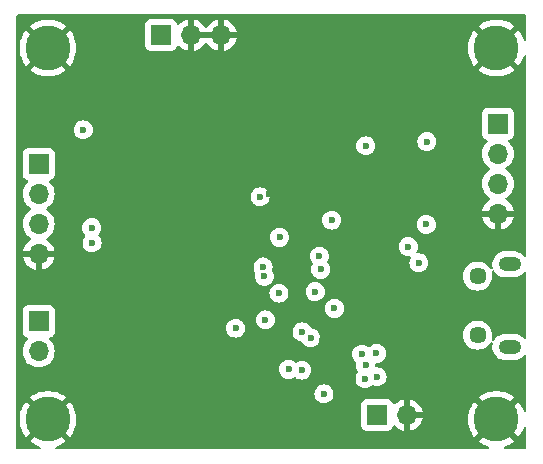
<source format=gbr>
%TF.GenerationSoftware,KiCad,Pcbnew,7.0.7*%
%TF.CreationDate,2023-09-18T16:24:31-07:00*%
%TF.ProjectId,pi_pico_dds,70695f70-6963-46f5-9f64-64732e6b6963,rev?*%
%TF.SameCoordinates,Original*%
%TF.FileFunction,Copper,L2,Inr*%
%TF.FilePolarity,Positive*%
%FSLAX46Y46*%
G04 Gerber Fmt 4.6, Leading zero omitted, Abs format (unit mm)*
G04 Created by KiCad (PCBNEW 7.0.7) date 2023-09-18 16:24:31*
%MOMM*%
%LPD*%
G01*
G04 APERTURE LIST*
%TA.AperFunction,ComponentPad*%
%ADD10R,1.700000X1.700000*%
%TD*%
%TA.AperFunction,ComponentPad*%
%ADD11O,1.700000X1.700000*%
%TD*%
%TA.AperFunction,ComponentPad*%
%ADD12C,3.800000*%
%TD*%
%TA.AperFunction,ComponentPad*%
%ADD13O,1.900000X1.200000*%
%TD*%
%TA.AperFunction,ComponentPad*%
%ADD14C,1.450000*%
%TD*%
%TA.AperFunction,ViaPad*%
%ADD15C,0.600000*%
%TD*%
G04 APERTURE END LIST*
D10*
%TO.N,Net-(J6-Pin_1)*%
%TO.C,J6*%
X177342800Y-66522600D03*
D11*
%TO.N,GND*%
X179882800Y-66522600D03*
X182422800Y-66522600D03*
%TD*%
D10*
%TO.N,+3V3*%
%TO.C,J3*%
X205866600Y-74025600D03*
D11*
%TO.N,/SDA*%
X205866600Y-76565600D03*
%TO.N,/SCL*%
X205866600Y-79105600D03*
%TO.N,GND*%
X205866600Y-81645600D03*
%TD*%
D10*
%TO.N,+5V*%
%TO.C,J2*%
X195617000Y-98679000D03*
D11*
%TO.N,GND*%
X198157000Y-98679000D03*
%TD*%
D12*
%TO.N,GND*%
%TO.C,H1*%
X205740000Y-67614800D03*
%TD*%
%TO.N,GND*%
%TO.C,H2*%
X205740000Y-99060000D03*
%TD*%
D10*
%TO.N,+3V3*%
%TO.C,J4*%
X166979600Y-77419200D03*
D11*
%TO.N,/ADC2*%
X166979600Y-79959200D03*
%TO.N,/ADC3*%
X166979600Y-82499200D03*
%TO.N,GND*%
X166979600Y-85039200D03*
%TD*%
D12*
%TO.N,GND*%
%TO.C,H3*%
X167767000Y-99060000D03*
%TD*%
%TO.N,GND*%
%TO.C,H4*%
X167767000Y-67614800D03*
%TD*%
D13*
%TO.N,unconnected-(J1-Shield-Pad6)*%
%TO.C,J1*%
X206844700Y-92924000D03*
D14*
X204144700Y-91924000D03*
X204144700Y-86924000D03*
D13*
X206844700Y-85924000D03*
%TD*%
D10*
%TO.N,/SWCLK*%
%TO.C,J5*%
X166979600Y-90754200D03*
D11*
%TO.N,/SWD*%
X166979600Y-93294200D03*
%TD*%
D15*
%TO.N,GND*%
X174371000Y-96774000D03*
X178054000Y-96647000D03*
X184912000Y-97155000D03*
X188595000Y-96901000D03*
X174726600Y-68018600D03*
%TO.N,+5V*%
X170764200Y-74549000D03*
%TO.N,GND*%
X176530000Y-88341200D03*
X196596000Y-91694000D03*
X182041800Y-85547200D03*
X192024000Y-92456000D03*
X198120000Y-91694000D03*
X194754933Y-86075735D03*
X179959000Y-84455000D03*
X201422000Y-86868000D03*
X171704000Y-69900800D03*
X194945000Y-89662000D03*
X186486800Y-79933800D03*
X175818800Y-86715600D03*
X190220600Y-84150200D03*
X186944000Y-92659200D03*
X194945000Y-90805000D03*
X173990000Y-82016600D03*
X186131200Y-84988400D03*
X199796400Y-79908400D03*
X200914000Y-79908400D03*
X186055000Y-88265000D03*
X202057000Y-95250000D03*
X188976000Y-83693000D03*
X180543200Y-87376000D03*
X191617600Y-79349600D03*
X186055000Y-83820000D03*
X195427600Y-85191600D03*
X202565000Y-88138000D03*
X194970400Y-88696800D03*
X179324000Y-82804000D03*
X188849000Y-88265000D03*
X174879000Y-79451200D03*
X191008000Y-92456000D03*
X191008000Y-75539600D03*
X193792700Y-78239556D03*
X202438000Y-87122000D03*
%TO.N,+3V3*%
X198272400Y-84429600D03*
X190856700Y-86360000D03*
X188137800Y-94818200D03*
X191795400Y-82194400D03*
X195580000Y-93472000D03*
X194665600Y-94488000D03*
X189255400Y-94894400D03*
X183667400Y-91338400D03*
X192024000Y-89662000D03*
X185724800Y-80213200D03*
X186182000Y-90627200D03*
X185978800Y-86156800D03*
X199796400Y-82550000D03*
X190398400Y-88239600D03*
X199847200Y-75539600D03*
X187325000Y-88366600D03*
X195630800Y-95453200D03*
X187375800Y-83642200D03*
%TO.N,+1V1*%
X186084465Y-86949289D03*
X190754000Y-85242400D03*
%TO.N,/SDA*%
X194614800Y-95605600D03*
%TO.N,/SCL*%
X194335400Y-93548200D03*
X199171000Y-85801200D03*
%TO.N,/ADC2*%
X171475400Y-82829400D03*
X189280800Y-91643200D03*
%TO.N,/ADC3*%
X190017400Y-92151200D03*
X171500800Y-84099400D03*
%TO.N,Net-(R5-Pad1)*%
X191135000Y-96901000D03*
X194665600Y-75895200D03*
%TD*%
%TA.AperFunction,Conductor*%
%TO.N,GND*%
G36*
X181876492Y-66292285D02*
G01*
X181922247Y-66345089D01*
X181932191Y-66414247D01*
X181928431Y-66431533D01*
X181922800Y-66450711D01*
X181922800Y-66594488D01*
X181928431Y-66613667D01*
X181928430Y-66683536D01*
X181890655Y-66742314D01*
X181827099Y-66771338D01*
X181809453Y-66772600D01*
X180496147Y-66772600D01*
X180429108Y-66752915D01*
X180383353Y-66700111D01*
X180373409Y-66630953D01*
X180377169Y-66613667D01*
X180382800Y-66594488D01*
X180382800Y-66450711D01*
X180377169Y-66431533D01*
X180377170Y-66361664D01*
X180414945Y-66302886D01*
X180478501Y-66273862D01*
X180496147Y-66272600D01*
X181809453Y-66272600D01*
X181876492Y-66292285D01*
G37*
%TD.AperFunction*%
%TA.AperFunction,Conductor*%
G36*
X208222539Y-64790185D02*
G01*
X208268294Y-64842989D01*
X208279500Y-64894500D01*
X208279500Y-66881109D01*
X208259815Y-66948148D01*
X208207011Y-66993903D01*
X208137853Y-67003847D01*
X208074297Y-66974822D01*
X208037569Y-66919427D01*
X207975874Y-66729552D01*
X207975872Y-66729547D01*
X207847295Y-66456308D01*
X207847292Y-66456302D01*
X207685486Y-66201335D01*
X207604685Y-66103664D01*
X206779444Y-66928907D01*
X206718121Y-66962392D01*
X206648429Y-66957408D01*
X206592496Y-66915536D01*
X206590755Y-66913152D01*
X206575108Y-66891178D01*
X206575104Y-66891174D01*
X206428957Y-66751823D01*
X206394022Y-66691314D01*
X206397347Y-66621524D01*
X206426846Y-66574399D01*
X207253434Y-65747812D01*
X207028530Y-65584409D01*
X207028520Y-65584402D01*
X206763890Y-65438921D01*
X206763882Y-65438917D01*
X206483110Y-65327752D01*
X206483107Y-65327751D01*
X206190600Y-65252649D01*
X205891004Y-65214800D01*
X205588995Y-65214800D01*
X205289399Y-65252649D01*
X204996892Y-65327751D01*
X204996889Y-65327752D01*
X204716117Y-65438917D01*
X204716109Y-65438921D01*
X204451479Y-65584402D01*
X204451461Y-65584414D01*
X204226565Y-65747810D01*
X204226564Y-65747812D01*
X205055765Y-66577012D01*
X205089250Y-66638335D01*
X205084266Y-66708026D01*
X205044737Y-66762163D01*
X204977458Y-66815072D01*
X204977453Y-66815077D01*
X204883278Y-66923760D01*
X204824500Y-66961534D01*
X204754630Y-66961534D01*
X204701885Y-66930238D01*
X203875312Y-66103664D01*
X203794516Y-66201330D01*
X203632707Y-66456302D01*
X203632704Y-66456308D01*
X203504127Y-66729547D01*
X203504125Y-66729552D01*
X203410805Y-67016759D01*
X203354216Y-67313409D01*
X203354215Y-67313416D01*
X203335255Y-67614794D01*
X203335255Y-67614805D01*
X203354215Y-67916183D01*
X203354216Y-67916190D01*
X203410805Y-68212840D01*
X203504125Y-68500047D01*
X203504127Y-68500052D01*
X203632704Y-68773291D01*
X203632707Y-68773297D01*
X203794513Y-69028264D01*
X203875312Y-69125933D01*
X204700554Y-68300691D01*
X204761877Y-68267206D01*
X204831568Y-68272190D01*
X204887502Y-68314061D01*
X204889242Y-68316444D01*
X204904893Y-68338423D01*
X204904895Y-68338425D01*
X205051041Y-68477775D01*
X205085976Y-68538284D01*
X205082651Y-68608074D01*
X205053152Y-68655199D01*
X204226564Y-69481786D01*
X204451474Y-69645193D01*
X204451485Y-69645200D01*
X204716109Y-69790678D01*
X204716117Y-69790682D01*
X204996889Y-69901847D01*
X204996892Y-69901848D01*
X205289399Y-69976950D01*
X205588995Y-70014799D01*
X205589007Y-70014800D01*
X205890993Y-70014800D01*
X205891004Y-70014799D01*
X206190600Y-69976950D01*
X206483107Y-69901848D01*
X206483110Y-69901847D01*
X206763882Y-69790682D01*
X206763890Y-69790678D01*
X207028514Y-69645200D01*
X207028525Y-69645193D01*
X207253433Y-69481786D01*
X207253434Y-69481786D01*
X206424234Y-68652587D01*
X206390749Y-68591264D01*
X206395733Y-68521573D01*
X206435263Y-68467436D01*
X206502540Y-68414529D01*
X206596723Y-68305835D01*
X206655496Y-68268064D01*
X206725365Y-68268063D01*
X206778113Y-68299360D01*
X207604686Y-69125933D01*
X207685483Y-69028269D01*
X207847292Y-68773297D01*
X207847295Y-68773291D01*
X207975872Y-68500052D01*
X207975874Y-68500047D01*
X208037569Y-68310172D01*
X208077006Y-68252496D01*
X208141365Y-68225298D01*
X208210211Y-68237213D01*
X208261687Y-68284457D01*
X208279500Y-68348490D01*
X208279500Y-85162254D01*
X208259815Y-85229293D01*
X208207011Y-85275048D01*
X208137853Y-85284992D01*
X208074297Y-85255967D01*
X208054493Y-85234182D01*
X208030186Y-85200048D01*
X208030179Y-85200040D01*
X207878079Y-85055014D01*
X207701274Y-84941388D01*
X207677479Y-84931862D01*
X207506157Y-84863275D01*
X207506155Y-84863274D01*
X207299786Y-84823500D01*
X207299785Y-84823500D01*
X206442275Y-84823500D01*
X206285481Y-84838472D01*
X206285482Y-84838472D01*
X206285478Y-84838473D01*
X206083827Y-84897683D01*
X205897013Y-84993991D01*
X205731816Y-85123905D01*
X205731812Y-85123909D01*
X205594178Y-85282746D01*
X205489098Y-85464750D01*
X205420356Y-85663365D01*
X205420356Y-85663367D01*
X205392282Y-85858632D01*
X205390446Y-85871401D01*
X205400445Y-86081327D01*
X205430866Y-86206722D01*
X205427541Y-86276513D01*
X205387013Y-86333427D01*
X205322148Y-86359395D01*
X205253541Y-86346171D01*
X205208786Y-86307079D01*
X205087076Y-86133259D01*
X205087071Y-86133253D01*
X204935445Y-85981627D01*
X204759790Y-85858631D01*
X204649662Y-85807278D01*
X204565447Y-85768008D01*
X204565443Y-85768007D01*
X204565439Y-85768005D01*
X204358324Y-85712509D01*
X204358320Y-85712508D01*
X204358319Y-85712508D01*
X204358318Y-85712507D01*
X204358313Y-85712507D01*
X204144702Y-85693819D01*
X204144698Y-85693819D01*
X203931086Y-85712507D01*
X203931075Y-85712509D01*
X203723960Y-85768005D01*
X203723951Y-85768009D01*
X203529610Y-85858631D01*
X203529608Y-85858632D01*
X203353959Y-85981623D01*
X203353953Y-85981628D01*
X203202328Y-86133253D01*
X203202323Y-86133259D01*
X203079335Y-86308905D01*
X203079331Y-86308910D01*
X202988709Y-86503251D01*
X202988705Y-86503260D01*
X202933209Y-86710375D01*
X202933207Y-86710386D01*
X202914518Y-86923998D01*
X202914518Y-86924001D01*
X202933207Y-87137613D01*
X202933209Y-87137624D01*
X202988705Y-87344739D01*
X202988707Y-87344743D01*
X202988708Y-87344747D01*
X203030344Y-87434035D01*
X203079331Y-87539090D01*
X203174551Y-87675077D01*
X203202327Y-87714745D01*
X203353955Y-87866373D01*
X203529609Y-87989368D01*
X203723953Y-88079992D01*
X203931081Y-88135492D01*
X204083665Y-88148841D01*
X204144698Y-88154181D01*
X204144700Y-88154181D01*
X204144702Y-88154181D01*
X204198104Y-88149508D01*
X204358319Y-88135492D01*
X204565447Y-88079992D01*
X204759791Y-87989368D01*
X204935445Y-87866373D01*
X205087073Y-87714745D01*
X205210068Y-87539091D01*
X205300692Y-87344747D01*
X205356192Y-87137619D01*
X205374881Y-86924000D01*
X205356192Y-86710381D01*
X205324445Y-86591900D01*
X205326108Y-86522051D01*
X205365270Y-86464188D01*
X205429499Y-86436684D01*
X205498401Y-86448270D01*
X205545226Y-86487878D01*
X205659214Y-86647952D01*
X205659215Y-86647953D01*
X205659220Y-86647959D01*
X205811320Y-86792985D01*
X205906278Y-86854011D01*
X205988128Y-86906613D01*
X206183243Y-86984725D01*
X206209658Y-86989816D01*
X206389614Y-87024500D01*
X206389615Y-87024500D01*
X207247119Y-87024500D01*
X207247125Y-87024500D01*
X207403918Y-87009528D01*
X207605575Y-86950316D01*
X207792382Y-86854011D01*
X207957586Y-86724092D01*
X208061787Y-86603837D01*
X208120565Y-86566064D01*
X208190435Y-86566064D01*
X208249213Y-86603838D01*
X208278238Y-86667394D01*
X208279500Y-86685041D01*
X208279500Y-92162254D01*
X208259815Y-92229293D01*
X208207011Y-92275048D01*
X208137853Y-92284992D01*
X208074297Y-92255967D01*
X208054493Y-92234182D01*
X208030186Y-92200048D01*
X208030179Y-92200040D01*
X207878079Y-92055014D01*
X207701274Y-91941388D01*
X207657843Y-91924001D01*
X207506157Y-91863275D01*
X207506155Y-91863274D01*
X207299786Y-91823500D01*
X207299785Y-91823500D01*
X206442275Y-91823500D01*
X206285481Y-91838472D01*
X206285482Y-91838472D01*
X206285478Y-91838473D01*
X206083827Y-91897683D01*
X205897013Y-91993991D01*
X205731816Y-92123905D01*
X205731812Y-92123909D01*
X205594180Y-92282745D01*
X205548462Y-92361930D01*
X205497894Y-92410145D01*
X205429287Y-92423367D01*
X205364423Y-92397399D01*
X205323895Y-92340485D01*
X205320571Y-92270694D01*
X205321288Y-92267880D01*
X205356192Y-92137619D01*
X205374881Y-91924000D01*
X205356192Y-91710381D01*
X205304551Y-91517654D01*
X205300694Y-91503260D01*
X205300693Y-91503259D01*
X205300692Y-91503253D01*
X205210068Y-91308910D01*
X205199402Y-91293678D01*
X205087076Y-91133259D01*
X205087071Y-91133253D01*
X204935445Y-90981627D01*
X204759790Y-90858631D01*
X204647884Y-90806449D01*
X204565447Y-90768008D01*
X204565443Y-90768007D01*
X204565439Y-90768005D01*
X204358324Y-90712509D01*
X204358320Y-90712508D01*
X204358319Y-90712508D01*
X204358318Y-90712507D01*
X204358313Y-90712507D01*
X204144702Y-90693819D01*
X204144698Y-90693819D01*
X203931086Y-90712507D01*
X203931075Y-90712509D01*
X203723960Y-90768005D01*
X203723951Y-90768009D01*
X203529610Y-90858631D01*
X203529608Y-90858632D01*
X203353959Y-90981623D01*
X203353953Y-90981628D01*
X203202328Y-91133253D01*
X203202323Y-91133259D01*
X203079332Y-91308908D01*
X203079331Y-91308910D01*
X202988709Y-91503251D01*
X202988705Y-91503260D01*
X202933209Y-91710375D01*
X202933207Y-91710386D01*
X202914518Y-91923998D01*
X202914518Y-91924001D01*
X202933207Y-92137613D01*
X202933209Y-92137624D01*
X202988705Y-92344739D01*
X202988707Y-92344743D01*
X202988708Y-92344747D01*
X203013260Y-92397399D01*
X203079331Y-92539090D01*
X203182641Y-92686631D01*
X203202327Y-92714745D01*
X203353955Y-92866373D01*
X203529609Y-92989368D01*
X203723953Y-93079992D01*
X203931081Y-93135492D01*
X204083666Y-93148841D01*
X204144698Y-93154181D01*
X204144700Y-93154181D01*
X204144702Y-93154181D01*
X204198104Y-93149508D01*
X204358319Y-93135492D01*
X204565447Y-93079992D01*
X204759791Y-92989368D01*
X204935445Y-92866373D01*
X205087073Y-92714745D01*
X205201948Y-92550687D01*
X205256523Y-92507065D01*
X205326022Y-92499872D01*
X205388376Y-92531394D01*
X205423790Y-92591624D01*
X205421175Y-92657487D01*
X205421749Y-92657627D01*
X205421057Y-92660479D01*
X205421019Y-92661439D01*
X205420703Y-92662364D01*
X205420357Y-92663361D01*
X205420356Y-92663366D01*
X205420356Y-92663367D01*
X205391169Y-92866373D01*
X205390446Y-92871401D01*
X205400445Y-93081327D01*
X205449996Y-93285578D01*
X205449998Y-93285582D01*
X205537298Y-93476743D01*
X205537301Y-93476748D01*
X205537302Y-93476750D01*
X205537304Y-93476753D01*
X205600327Y-93565256D01*
X205659215Y-93647953D01*
X205659220Y-93647959D01*
X205811320Y-93792985D01*
X205906278Y-93854011D01*
X205988128Y-93906613D01*
X206183243Y-93984725D01*
X206286428Y-94004612D01*
X206389614Y-94024500D01*
X206389615Y-94024500D01*
X207247119Y-94024500D01*
X207247125Y-94024500D01*
X207403918Y-94009528D01*
X207605575Y-93950316D01*
X207792382Y-93854011D01*
X207833694Y-93821523D01*
X207869982Y-93792985D01*
X207957586Y-93724092D01*
X208061787Y-93603837D01*
X208120565Y-93566064D01*
X208190435Y-93566064D01*
X208249213Y-93603838D01*
X208278238Y-93667394D01*
X208279500Y-93685041D01*
X208279500Y-98326309D01*
X208259815Y-98393348D01*
X208207011Y-98439103D01*
X208137853Y-98449047D01*
X208074297Y-98420022D01*
X208037569Y-98364627D01*
X207975874Y-98174752D01*
X207975872Y-98174747D01*
X207847295Y-97901508D01*
X207847292Y-97901502D01*
X207685486Y-97646535D01*
X207604685Y-97548864D01*
X206779444Y-98374107D01*
X206718121Y-98407592D01*
X206648429Y-98402608D01*
X206592496Y-98360736D01*
X206590755Y-98358352D01*
X206575108Y-98336378D01*
X206575104Y-98336374D01*
X206428957Y-98197023D01*
X206394022Y-98136514D01*
X206397347Y-98066724D01*
X206426846Y-98019599D01*
X207253434Y-97193012D01*
X207028530Y-97029609D01*
X207028520Y-97029602D01*
X206763890Y-96884121D01*
X206763882Y-96884117D01*
X206483110Y-96772952D01*
X206483107Y-96772951D01*
X206190600Y-96697849D01*
X205891004Y-96660000D01*
X205588995Y-96660000D01*
X205289399Y-96697849D01*
X204996892Y-96772951D01*
X204996889Y-96772952D01*
X204716117Y-96884117D01*
X204716109Y-96884121D01*
X204451479Y-97029602D01*
X204451461Y-97029614D01*
X204226565Y-97193010D01*
X204226564Y-97193012D01*
X205055765Y-98022212D01*
X205089250Y-98083535D01*
X205084266Y-98153226D01*
X205044737Y-98207363D01*
X204977458Y-98260272D01*
X204977453Y-98260277D01*
X204883278Y-98368960D01*
X204824500Y-98406734D01*
X204754630Y-98406734D01*
X204701885Y-98375438D01*
X203875312Y-97548864D01*
X203794516Y-97646530D01*
X203632707Y-97901502D01*
X203632704Y-97901508D01*
X203504127Y-98174747D01*
X203504125Y-98174752D01*
X203410805Y-98461959D01*
X203354216Y-98758609D01*
X203354215Y-98758616D01*
X203335255Y-99059994D01*
X203335255Y-99060005D01*
X203354215Y-99361383D01*
X203354216Y-99361390D01*
X203410805Y-99658040D01*
X203504125Y-99945247D01*
X203504127Y-99945252D01*
X203632704Y-100218491D01*
X203632707Y-100218497D01*
X203794513Y-100473464D01*
X203875312Y-100571133D01*
X204700554Y-99745891D01*
X204761877Y-99712406D01*
X204831568Y-99717390D01*
X204887502Y-99759261D01*
X204889242Y-99761644D01*
X204904893Y-99783623D01*
X204904895Y-99783625D01*
X205051041Y-99922975D01*
X205085976Y-99983484D01*
X205082651Y-100053274D01*
X205053152Y-100100399D01*
X204226564Y-100926986D01*
X204451474Y-101090393D01*
X204451485Y-101090400D01*
X204716109Y-101235878D01*
X204716117Y-101235882D01*
X204996889Y-101347046D01*
X205029406Y-101355396D01*
X205089444Y-101391134D01*
X205120629Y-101453658D01*
X205113061Y-101523117D01*
X205069142Y-101577457D01*
X205002817Y-101599427D01*
X204998568Y-101599500D01*
X168508432Y-101599500D01*
X168441393Y-101579815D01*
X168395638Y-101527011D01*
X168385694Y-101457853D01*
X168414719Y-101394297D01*
X168473497Y-101356523D01*
X168477594Y-101355396D01*
X168510110Y-101347046D01*
X168790882Y-101235882D01*
X168790890Y-101235878D01*
X169055514Y-101090400D01*
X169055525Y-101090393D01*
X169280433Y-100926986D01*
X169280434Y-100926986D01*
X168451234Y-100097787D01*
X168417749Y-100036464D01*
X168422733Y-99966773D01*
X168462263Y-99912636D01*
X168529540Y-99859729D01*
X168623723Y-99751035D01*
X168682496Y-99713264D01*
X168752365Y-99713263D01*
X168805113Y-99744560D01*
X169631686Y-100571133D01*
X169712483Y-100473469D01*
X169874292Y-100218497D01*
X169874295Y-100218491D01*
X170002872Y-99945252D01*
X170002874Y-99945247D01*
X170096194Y-99658040D01*
X170111678Y-99576870D01*
X194266500Y-99576870D01*
X194266501Y-99576876D01*
X194272908Y-99636483D01*
X194323202Y-99771328D01*
X194323206Y-99771335D01*
X194409452Y-99886544D01*
X194409455Y-99886547D01*
X194524664Y-99972793D01*
X194524671Y-99972797D01*
X194659517Y-100023091D01*
X194659516Y-100023091D01*
X194666444Y-100023835D01*
X194719127Y-100029500D01*
X196514872Y-100029499D01*
X196574483Y-100023091D01*
X196709331Y-99972796D01*
X196824546Y-99886546D01*
X196910796Y-99771331D01*
X196920285Y-99745891D01*
X196960002Y-99639402D01*
X197001872Y-99583468D01*
X197067337Y-99559050D01*
X197135610Y-99573901D01*
X197163865Y-99595053D01*
X197285917Y-99717105D01*
X197479421Y-99852600D01*
X197693507Y-99952429D01*
X197693516Y-99952433D01*
X197906999Y-100009633D01*
X197906999Y-99291301D01*
X197926683Y-99224262D01*
X197979487Y-99178507D01*
X198048646Y-99168563D01*
X198055380Y-99169531D01*
X198121237Y-99179000D01*
X198121238Y-99179000D01*
X198192762Y-99179000D01*
X198192763Y-99179000D01*
X198265353Y-99168563D01*
X198334512Y-99178507D01*
X198387315Y-99224262D01*
X198407000Y-99291301D01*
X198407000Y-100009633D01*
X198620483Y-99952433D01*
X198620492Y-99952429D01*
X198834578Y-99852600D01*
X199028082Y-99717105D01*
X199195105Y-99550082D01*
X199330600Y-99356578D01*
X199430429Y-99142492D01*
X199430432Y-99142486D01*
X199487636Y-98929000D01*
X198770347Y-98929000D01*
X198703308Y-98909315D01*
X198657553Y-98856511D01*
X198647609Y-98787353D01*
X198651369Y-98770067D01*
X198657000Y-98750888D01*
X198657000Y-98607111D01*
X198651369Y-98587933D01*
X198651370Y-98518064D01*
X198689145Y-98459286D01*
X198752701Y-98430262D01*
X198770347Y-98429000D01*
X199487636Y-98429000D01*
X199487635Y-98428999D01*
X199430432Y-98215513D01*
X199430429Y-98215507D01*
X199330600Y-98001422D01*
X199330599Y-98001420D01*
X199195113Y-97807926D01*
X199195108Y-97807920D01*
X199028082Y-97640894D01*
X198834578Y-97505399D01*
X198620492Y-97405570D01*
X198620486Y-97405567D01*
X198407000Y-97348364D01*
X198407000Y-98066698D01*
X198387315Y-98133737D01*
X198334511Y-98179492D01*
X198265355Y-98189436D01*
X198192766Y-98179000D01*
X198192763Y-98179000D01*
X198121237Y-98179000D01*
X198121233Y-98179000D01*
X198048644Y-98189436D01*
X197979486Y-98179492D01*
X197926683Y-98133736D01*
X197906999Y-98066698D01*
X197906999Y-97348364D01*
X197693513Y-97405567D01*
X197693507Y-97405570D01*
X197479422Y-97505399D01*
X197479420Y-97505400D01*
X197285926Y-97640886D01*
X197163865Y-97762947D01*
X197102542Y-97796431D01*
X197032850Y-97791447D01*
X196976917Y-97749575D01*
X196960002Y-97718598D01*
X196910797Y-97586671D01*
X196910793Y-97586664D01*
X196824547Y-97471455D01*
X196824544Y-97471452D01*
X196709335Y-97385206D01*
X196709328Y-97385202D01*
X196574482Y-97334908D01*
X196574483Y-97334908D01*
X196514883Y-97328501D01*
X196514881Y-97328500D01*
X196514873Y-97328500D01*
X196514864Y-97328500D01*
X194719129Y-97328500D01*
X194719123Y-97328501D01*
X194659516Y-97334908D01*
X194524671Y-97385202D01*
X194524664Y-97385206D01*
X194409455Y-97471452D01*
X194409452Y-97471455D01*
X194323206Y-97586664D01*
X194323202Y-97586671D01*
X194272908Y-97721517D01*
X194266501Y-97781116D01*
X194266500Y-97781135D01*
X194266500Y-99576870D01*
X170111678Y-99576870D01*
X170152783Y-99361390D01*
X170152784Y-99361383D01*
X170171745Y-99060005D01*
X170171745Y-99059994D01*
X170152784Y-98758616D01*
X170152783Y-98758609D01*
X170096194Y-98461959D01*
X170002874Y-98174752D01*
X170002872Y-98174747D01*
X169874295Y-97901508D01*
X169874292Y-97901502D01*
X169712486Y-97646535D01*
X169631685Y-97548864D01*
X168806444Y-98374107D01*
X168745121Y-98407592D01*
X168675429Y-98402608D01*
X168619496Y-98360736D01*
X168617755Y-98358352D01*
X168602108Y-98336378D01*
X168602104Y-98336374D01*
X168455957Y-98197023D01*
X168421022Y-98136514D01*
X168424347Y-98066724D01*
X168453846Y-98019599D01*
X169280434Y-97193012D01*
X169055530Y-97029609D01*
X169055520Y-97029602D01*
X168821598Y-96901003D01*
X190329435Y-96901003D01*
X190349630Y-97080249D01*
X190349631Y-97080254D01*
X190409211Y-97250523D01*
X190462234Y-97334908D01*
X190505184Y-97403262D01*
X190632738Y-97530816D01*
X190785478Y-97626789D01*
X190825788Y-97640894D01*
X190955745Y-97686368D01*
X190955750Y-97686369D01*
X191134996Y-97706565D01*
X191135000Y-97706565D01*
X191135004Y-97706565D01*
X191314249Y-97686369D01*
X191314252Y-97686368D01*
X191314255Y-97686368D01*
X191484522Y-97626789D01*
X191637262Y-97530816D01*
X191764816Y-97403262D01*
X191860789Y-97250522D01*
X191920368Y-97080255D01*
X191926074Y-97029614D01*
X191940565Y-96901003D01*
X191940565Y-96900996D01*
X191920369Y-96721750D01*
X191920368Y-96721745D01*
X191860788Y-96551476D01*
X191764815Y-96398737D01*
X191637262Y-96271184D01*
X191484523Y-96175211D01*
X191314254Y-96115631D01*
X191314249Y-96115630D01*
X191135004Y-96095435D01*
X191134996Y-96095435D01*
X190955750Y-96115630D01*
X190955745Y-96115631D01*
X190785476Y-96175211D01*
X190632737Y-96271184D01*
X190505184Y-96398737D01*
X190409211Y-96551476D01*
X190349631Y-96721745D01*
X190349630Y-96721750D01*
X190329435Y-96900996D01*
X190329435Y-96901003D01*
X168821598Y-96901003D01*
X168790890Y-96884121D01*
X168790882Y-96884117D01*
X168510110Y-96772952D01*
X168510107Y-96772951D01*
X168217600Y-96697849D01*
X167918004Y-96660000D01*
X167615995Y-96660000D01*
X167316399Y-96697849D01*
X167023892Y-96772951D01*
X167023889Y-96772952D01*
X166743117Y-96884117D01*
X166743109Y-96884121D01*
X166478479Y-97029602D01*
X166478461Y-97029614D01*
X166253565Y-97193010D01*
X166253564Y-97193012D01*
X167082765Y-98022212D01*
X167116250Y-98083535D01*
X167111266Y-98153226D01*
X167071737Y-98207363D01*
X167004458Y-98260272D01*
X167004453Y-98260277D01*
X166910278Y-98368960D01*
X166851500Y-98406734D01*
X166781630Y-98406734D01*
X166728885Y-98375438D01*
X165902312Y-97548864D01*
X165821516Y-97646530D01*
X165659707Y-97901502D01*
X165659704Y-97901508D01*
X165531127Y-98174747D01*
X165531125Y-98174752D01*
X165437805Y-98461959D01*
X165381216Y-98758609D01*
X165381215Y-98758616D01*
X165362255Y-99059994D01*
X165362255Y-99060005D01*
X165381215Y-99361383D01*
X165381216Y-99361390D01*
X165437805Y-99658040D01*
X165531125Y-99945247D01*
X165531127Y-99945252D01*
X165659704Y-100218491D01*
X165659707Y-100218497D01*
X165821513Y-100473464D01*
X165902312Y-100571133D01*
X166727554Y-99745891D01*
X166788877Y-99712406D01*
X166858568Y-99717390D01*
X166914502Y-99759261D01*
X166916242Y-99761644D01*
X166931893Y-99783623D01*
X166931895Y-99783625D01*
X167078041Y-99922975D01*
X167112976Y-99983484D01*
X167109651Y-100053274D01*
X167080152Y-100100399D01*
X166253564Y-100926986D01*
X166478474Y-101090393D01*
X166478485Y-101090400D01*
X166743109Y-101235878D01*
X166743117Y-101235882D01*
X167023889Y-101347046D01*
X167056406Y-101355396D01*
X167116444Y-101391134D01*
X167147629Y-101453658D01*
X167140061Y-101523117D01*
X167096142Y-101577457D01*
X167029817Y-101599427D01*
X167025568Y-101599500D01*
X165224500Y-101599500D01*
X165157461Y-101579815D01*
X165111706Y-101527011D01*
X165100500Y-101475500D01*
X165100500Y-94818203D01*
X187332235Y-94818203D01*
X187352430Y-94997449D01*
X187352431Y-94997454D01*
X187412011Y-95167723D01*
X187507983Y-95320461D01*
X187507984Y-95320462D01*
X187635538Y-95448016D01*
X187788278Y-95543989D01*
X187958545Y-95603568D01*
X187958550Y-95603569D01*
X188137796Y-95623765D01*
X188137800Y-95623765D01*
X188137804Y-95623765D01*
X188317049Y-95603569D01*
X188317052Y-95603568D01*
X188317055Y-95603568D01*
X188487322Y-95543989D01*
X188578981Y-95486395D01*
X188646213Y-95467396D01*
X188713048Y-95487763D01*
X188732631Y-95503709D01*
X188753138Y-95524216D01*
X188784605Y-95543988D01*
X188882664Y-95605603D01*
X188905878Y-95620189D01*
X189076144Y-95679768D01*
X189076145Y-95679768D01*
X189076150Y-95679769D01*
X189255396Y-95699965D01*
X189255400Y-95699965D01*
X189255404Y-95699965D01*
X189434649Y-95679769D01*
X189434652Y-95679768D01*
X189434655Y-95679768D01*
X189604922Y-95620189D01*
X189757662Y-95524216D01*
X189885216Y-95396662D01*
X189981189Y-95243922D01*
X190040768Y-95073655D01*
X190046656Y-95021400D01*
X190060965Y-94894403D01*
X190060965Y-94894396D01*
X190040769Y-94715150D01*
X190040768Y-94715145D01*
X190024212Y-94667830D01*
X189981189Y-94544878D01*
X189885216Y-94392138D01*
X189757662Y-94264584D01*
X189746178Y-94257368D01*
X189604923Y-94168611D01*
X189434654Y-94109031D01*
X189434649Y-94109030D01*
X189255404Y-94088835D01*
X189255396Y-94088835D01*
X189076150Y-94109030D01*
X189076145Y-94109031D01*
X188905876Y-94168611D01*
X188814221Y-94226203D01*
X188746985Y-94245203D01*
X188680149Y-94224835D01*
X188660568Y-94208890D01*
X188640062Y-94188384D01*
X188487323Y-94092411D01*
X188317054Y-94032831D01*
X188317049Y-94032830D01*
X188137804Y-94012635D01*
X188137796Y-94012635D01*
X187958550Y-94032830D01*
X187958545Y-94032831D01*
X187788276Y-94092411D01*
X187635537Y-94188384D01*
X187507984Y-94315937D01*
X187412011Y-94468676D01*
X187352431Y-94638945D01*
X187352430Y-94638950D01*
X187332235Y-94818196D01*
X187332235Y-94818203D01*
X165100500Y-94818203D01*
X165100500Y-93294200D01*
X165623941Y-93294200D01*
X165644536Y-93529603D01*
X165644538Y-93529613D01*
X165705694Y-93757855D01*
X165705696Y-93757859D01*
X165705697Y-93757863D01*
X165795440Y-93950316D01*
X165805565Y-93972030D01*
X165805567Y-93972034D01*
X165901494Y-94109031D01*
X165941105Y-94165601D01*
X166108199Y-94332695D01*
X166128095Y-94346626D01*
X166301765Y-94468232D01*
X166301767Y-94468233D01*
X166301770Y-94468235D01*
X166515937Y-94568103D01*
X166744192Y-94629263D01*
X166932518Y-94645739D01*
X166979599Y-94649859D01*
X166979600Y-94649859D01*
X166979601Y-94649859D01*
X167018834Y-94646426D01*
X167215008Y-94629263D01*
X167443263Y-94568103D01*
X167657430Y-94468235D01*
X167851001Y-94332695D01*
X168018095Y-94165601D01*
X168153635Y-93972030D01*
X168253503Y-93757863D01*
X168309681Y-93548203D01*
X193529835Y-93548203D01*
X193550030Y-93727449D01*
X193550031Y-93727454D01*
X193609611Y-93897723D01*
X193679862Y-94009526D01*
X193705584Y-94050462D01*
X193833138Y-94178016D01*
X193833143Y-94178019D01*
X193837306Y-94181339D01*
X193877447Y-94238527D01*
X193880678Y-94301787D01*
X193881011Y-94301825D01*
X193880783Y-94303844D01*
X193880887Y-94305871D01*
X193880231Y-94308744D01*
X193860035Y-94487996D01*
X193860035Y-94488003D01*
X193880230Y-94667249D01*
X193880231Y-94667254D01*
X193939811Y-94837522D01*
X194007204Y-94944777D01*
X194026204Y-95012013D01*
X194005836Y-95078849D01*
X193989896Y-95098426D01*
X193984983Y-95103338D01*
X193889011Y-95256076D01*
X193829431Y-95426345D01*
X193829430Y-95426350D01*
X193809235Y-95605596D01*
X193809235Y-95605603D01*
X193829430Y-95784849D01*
X193829431Y-95784854D01*
X193889011Y-95955123D01*
X193969372Y-96083016D01*
X193984984Y-96107862D01*
X194112538Y-96235416D01*
X194265278Y-96331389D01*
X194435545Y-96390967D01*
X194435545Y-96390968D01*
X194435550Y-96390969D01*
X194614796Y-96411165D01*
X194614800Y-96411165D01*
X194614804Y-96411165D01*
X194794049Y-96390969D01*
X194794052Y-96390968D01*
X194794055Y-96390968D01*
X194964322Y-96331389D01*
X195117062Y-96235416D01*
X195146334Y-96206143D01*
X195207656Y-96172658D01*
X195274971Y-96176782D01*
X195451545Y-96238568D01*
X195451550Y-96238569D01*
X195630796Y-96258765D01*
X195630800Y-96258765D01*
X195630804Y-96258765D01*
X195810049Y-96238569D01*
X195810052Y-96238568D01*
X195810055Y-96238568D01*
X195980322Y-96178989D01*
X196133062Y-96083016D01*
X196260616Y-95955462D01*
X196356589Y-95802722D01*
X196416168Y-95632455D01*
X196417550Y-95620188D01*
X196436365Y-95453203D01*
X196436365Y-95453196D01*
X196416169Y-95273950D01*
X196416168Y-95273945D01*
X196356588Y-95103676D01*
X196298992Y-95012013D01*
X196260616Y-94950938D01*
X196133062Y-94823384D01*
X196133061Y-94823384D01*
X195980323Y-94727411D01*
X195810054Y-94667831D01*
X195810049Y-94667830D01*
X195630804Y-94647635D01*
X195630802Y-94647635D01*
X195630800Y-94647635D01*
X195619963Y-94648855D01*
X195605405Y-94650496D01*
X195536583Y-94638439D01*
X195485205Y-94591089D01*
X195467582Y-94523479D01*
X195468304Y-94513390D01*
X195471165Y-94488000D01*
X195471165Y-94487996D01*
X195462991Y-94415448D01*
X195475046Y-94346626D01*
X195522395Y-94295247D01*
X195573393Y-94281116D01*
X195573081Y-94278345D01*
X195759249Y-94257369D01*
X195759252Y-94257368D01*
X195759255Y-94257368D01*
X195929522Y-94197789D01*
X196082262Y-94101816D01*
X196209816Y-93974262D01*
X196305789Y-93821522D01*
X196365368Y-93651255D01*
X196365369Y-93651249D01*
X196385565Y-93472003D01*
X196385565Y-93471996D01*
X196365369Y-93292750D01*
X196365368Y-93292745D01*
X196362859Y-93285576D01*
X196305789Y-93122478D01*
X196209816Y-92969738D01*
X196082262Y-92842184D01*
X196063723Y-92830535D01*
X195929523Y-92746211D01*
X195759254Y-92686631D01*
X195759249Y-92686630D01*
X195580004Y-92666435D01*
X195579996Y-92666435D01*
X195400750Y-92686630D01*
X195400745Y-92686631D01*
X195230476Y-92746211D01*
X195077739Y-92842183D01*
X195007188Y-92912734D01*
X194945864Y-92946218D01*
X194876173Y-92941233D01*
X194842191Y-92921996D01*
X194837663Y-92918385D01*
X194837662Y-92918384D01*
X194754887Y-92866373D01*
X194684923Y-92822411D01*
X194514654Y-92762831D01*
X194514649Y-92762830D01*
X194335404Y-92742635D01*
X194335396Y-92742635D01*
X194156150Y-92762830D01*
X194156145Y-92762831D01*
X193985876Y-92822411D01*
X193833137Y-92918384D01*
X193705584Y-93045937D01*
X193609611Y-93198676D01*
X193550031Y-93368945D01*
X193550030Y-93368950D01*
X193529835Y-93548196D01*
X193529835Y-93548203D01*
X168309681Y-93548203D01*
X168314663Y-93529608D01*
X168335259Y-93294200D01*
X168334504Y-93285576D01*
X168326902Y-93198678D01*
X168314663Y-93058792D01*
X168256624Y-92842184D01*
X168253505Y-92830544D01*
X168253504Y-92830543D01*
X168253503Y-92830537D01*
X168153635Y-92616371D01*
X168107644Y-92550689D01*
X168018096Y-92422800D01*
X167957226Y-92361930D01*
X167896167Y-92300871D01*
X167862684Y-92239551D01*
X167867668Y-92169859D01*
X167909539Y-92113925D01*
X167940515Y-92097010D01*
X168071931Y-92047996D01*
X168187146Y-91961746D01*
X168273396Y-91846531D01*
X168323691Y-91711683D01*
X168330100Y-91652073D01*
X168330100Y-91338403D01*
X182861835Y-91338403D01*
X182882030Y-91517649D01*
X182882031Y-91517654D01*
X182941611Y-91687923D01*
X182955726Y-91710386D01*
X183037584Y-91840662D01*
X183165138Y-91968216D01*
X183206159Y-91993991D01*
X183292108Y-92047997D01*
X183317878Y-92064189D01*
X183411675Y-92097010D01*
X183488145Y-92123768D01*
X183488150Y-92123769D01*
X183667396Y-92143965D01*
X183667400Y-92143965D01*
X183667404Y-92143965D01*
X183846649Y-92123769D01*
X183846652Y-92123768D01*
X183846655Y-92123768D01*
X184016922Y-92064189D01*
X184169662Y-91968216D01*
X184297216Y-91840662D01*
X184393189Y-91687922D01*
X184408837Y-91643203D01*
X188475235Y-91643203D01*
X188495430Y-91822449D01*
X188495431Y-91822454D01*
X188555011Y-91992723D01*
X188631168Y-92113925D01*
X188650984Y-92145462D01*
X188778538Y-92273016D01*
X188781772Y-92275048D01*
X188920043Y-92361930D01*
X188931278Y-92368989D01*
X189048895Y-92410145D01*
X189101545Y-92428568D01*
X189101550Y-92428569D01*
X189197959Y-92439431D01*
X189262374Y-92466497D01*
X189289071Y-92496679D01*
X189291610Y-92500720D01*
X189291611Y-92500722D01*
X189387584Y-92653462D01*
X189515138Y-92781016D01*
X189581018Y-92822411D01*
X189658984Y-92871401D01*
X189667878Y-92876989D01*
X189786178Y-92918384D01*
X189838145Y-92936568D01*
X189838150Y-92936569D01*
X190017396Y-92956765D01*
X190017400Y-92956765D01*
X190017404Y-92956765D01*
X190196649Y-92936569D01*
X190196652Y-92936568D01*
X190196655Y-92936568D01*
X190366922Y-92876989D01*
X190519662Y-92781016D01*
X190647216Y-92653462D01*
X190743189Y-92500722D01*
X190802768Y-92330455D01*
X190806101Y-92300873D01*
X190822965Y-92151203D01*
X190822965Y-92151196D01*
X190802769Y-91971950D01*
X190802768Y-91971945D01*
X190799199Y-91961746D01*
X190743189Y-91801678D01*
X190647216Y-91648938D01*
X190519662Y-91521384D01*
X190490804Y-91503251D01*
X190366921Y-91425410D01*
X190196649Y-91365830D01*
X190100240Y-91354968D01*
X190035826Y-91327902D01*
X190009129Y-91297720D01*
X189910615Y-91140937D01*
X189783062Y-91013384D01*
X189630323Y-90917411D01*
X189460054Y-90857831D01*
X189460049Y-90857830D01*
X189280804Y-90837635D01*
X189280796Y-90837635D01*
X189101550Y-90857830D01*
X189101545Y-90857831D01*
X188931276Y-90917411D01*
X188778537Y-91013384D01*
X188650984Y-91140937D01*
X188555011Y-91293676D01*
X188495431Y-91463945D01*
X188495430Y-91463950D01*
X188475235Y-91643196D01*
X188475235Y-91643203D01*
X184408837Y-91643203D01*
X184452768Y-91517655D01*
X184462333Y-91432765D01*
X184472965Y-91338403D01*
X184472965Y-91338396D01*
X184452769Y-91159150D01*
X184452768Y-91159145D01*
X184393188Y-90988876D01*
X184310847Y-90857832D01*
X184297216Y-90836138D01*
X184169662Y-90708584D01*
X184146164Y-90693819D01*
X184040146Y-90627203D01*
X185376435Y-90627203D01*
X185396630Y-90806449D01*
X185396631Y-90806454D01*
X185456211Y-90976723D01*
X185463849Y-90988878D01*
X185552184Y-91129462D01*
X185679738Y-91257016D01*
X185738082Y-91293676D01*
X185809264Y-91338403D01*
X185832478Y-91352989D01*
X186002744Y-91412567D01*
X186002745Y-91412568D01*
X186002750Y-91412569D01*
X186181996Y-91432765D01*
X186182000Y-91432765D01*
X186182004Y-91432765D01*
X186361249Y-91412569D01*
X186361252Y-91412568D01*
X186361255Y-91412568D01*
X186531522Y-91352989D01*
X186684262Y-91257016D01*
X186811816Y-91129462D01*
X186907789Y-90976722D01*
X186967368Y-90806455D01*
X186971700Y-90768008D01*
X186987565Y-90627203D01*
X186987565Y-90627196D01*
X186967369Y-90447950D01*
X186967368Y-90447945D01*
X186967166Y-90447368D01*
X186907789Y-90277678D01*
X186811816Y-90124938D01*
X186684262Y-89997384D01*
X186531523Y-89901411D01*
X186361254Y-89841831D01*
X186361249Y-89841830D01*
X186182004Y-89821635D01*
X186181996Y-89821635D01*
X186002750Y-89841830D01*
X186002745Y-89841831D01*
X185832476Y-89901411D01*
X185679737Y-89997384D01*
X185552184Y-90124937D01*
X185456211Y-90277676D01*
X185396631Y-90447945D01*
X185396630Y-90447950D01*
X185376435Y-90627196D01*
X185376435Y-90627203D01*
X184040146Y-90627203D01*
X184016923Y-90612611D01*
X183846654Y-90553031D01*
X183846649Y-90553030D01*
X183667404Y-90532835D01*
X183667396Y-90532835D01*
X183488150Y-90553030D01*
X183488145Y-90553031D01*
X183317876Y-90612611D01*
X183165137Y-90708584D01*
X183037584Y-90836137D01*
X182941611Y-90988876D01*
X182882031Y-91159145D01*
X182882030Y-91159150D01*
X182861835Y-91338396D01*
X182861835Y-91338403D01*
X168330100Y-91338403D01*
X168330099Y-89856328D01*
X168323691Y-89796717D01*
X168273446Y-89662003D01*
X191218435Y-89662003D01*
X191238630Y-89841249D01*
X191238631Y-89841254D01*
X191298211Y-90011523D01*
X191369474Y-90124937D01*
X191394184Y-90164262D01*
X191521738Y-90291816D01*
X191674478Y-90387789D01*
X191844745Y-90447367D01*
X191844745Y-90447368D01*
X191844750Y-90447369D01*
X192023996Y-90467565D01*
X192024000Y-90467565D01*
X192024004Y-90467565D01*
X192203249Y-90447369D01*
X192203252Y-90447368D01*
X192203255Y-90447368D01*
X192373522Y-90387789D01*
X192526262Y-90291816D01*
X192653816Y-90164262D01*
X192749789Y-90011522D01*
X192809368Y-89841255D01*
X192811579Y-89821635D01*
X192829565Y-89662003D01*
X192829565Y-89661996D01*
X192809369Y-89482750D01*
X192809368Y-89482745D01*
X192801550Y-89460402D01*
X192749789Y-89312478D01*
X192653816Y-89159738D01*
X192526262Y-89032184D01*
X192469336Y-88996415D01*
X192373523Y-88936211D01*
X192203254Y-88876631D01*
X192203249Y-88876630D01*
X192024004Y-88856435D01*
X192023996Y-88856435D01*
X191844750Y-88876630D01*
X191844745Y-88876631D01*
X191674476Y-88936211D01*
X191521737Y-89032184D01*
X191394184Y-89159737D01*
X191298211Y-89312476D01*
X191238631Y-89482745D01*
X191238630Y-89482750D01*
X191218435Y-89661996D01*
X191218435Y-89662003D01*
X168273446Y-89662003D01*
X168273443Y-89661996D01*
X168273397Y-89661871D01*
X168273393Y-89661864D01*
X168187147Y-89546655D01*
X168187144Y-89546652D01*
X168071935Y-89460406D01*
X168071928Y-89460402D01*
X167937082Y-89410108D01*
X167937083Y-89410108D01*
X167877483Y-89403701D01*
X167877481Y-89403700D01*
X167877473Y-89403700D01*
X167877464Y-89403700D01*
X166081729Y-89403700D01*
X166081723Y-89403701D01*
X166022116Y-89410108D01*
X165887271Y-89460402D01*
X165887264Y-89460406D01*
X165772055Y-89546652D01*
X165772052Y-89546655D01*
X165685806Y-89661864D01*
X165685802Y-89661871D01*
X165635508Y-89796717D01*
X165630658Y-89841832D01*
X165629101Y-89856323D01*
X165629100Y-89856335D01*
X165629100Y-91652070D01*
X165629101Y-91652076D01*
X165635508Y-91711683D01*
X165685802Y-91846528D01*
X165685806Y-91846535D01*
X165772052Y-91961744D01*
X165772055Y-91961747D01*
X165887264Y-92047993D01*
X165887271Y-92047997D01*
X166018681Y-92097010D01*
X166074615Y-92138881D01*
X166099032Y-92204345D01*
X166084180Y-92272618D01*
X166063030Y-92300873D01*
X165941103Y-92422800D01*
X165805565Y-92616369D01*
X165805564Y-92616371D01*
X165705698Y-92830535D01*
X165705694Y-92830544D01*
X165644538Y-93058786D01*
X165644536Y-93058796D01*
X165623941Y-93294199D01*
X165623941Y-93294200D01*
X165100500Y-93294200D01*
X165100500Y-88366603D01*
X186519435Y-88366603D01*
X186539630Y-88545849D01*
X186539631Y-88545854D01*
X186599211Y-88716123D01*
X186687376Y-88856435D01*
X186695184Y-88868862D01*
X186822738Y-88996416D01*
X186975478Y-89092389D01*
X187145745Y-89151968D01*
X187145750Y-89151969D01*
X187324996Y-89172165D01*
X187325000Y-89172165D01*
X187325004Y-89172165D01*
X187504249Y-89151969D01*
X187504252Y-89151968D01*
X187504255Y-89151968D01*
X187674522Y-89092389D01*
X187827262Y-88996416D01*
X187954816Y-88868862D01*
X188050789Y-88716122D01*
X188110368Y-88545855D01*
X188110369Y-88545849D01*
X188130565Y-88366603D01*
X188130565Y-88366596D01*
X188116256Y-88239603D01*
X189592835Y-88239603D01*
X189613030Y-88418849D01*
X189613031Y-88418854D01*
X189672611Y-88589123D01*
X189752410Y-88716122D01*
X189768584Y-88741862D01*
X189896138Y-88869416D01*
X189986480Y-88926182D01*
X190002441Y-88936211D01*
X190048878Y-88965389D01*
X190137548Y-88996416D01*
X190219145Y-89024968D01*
X190219150Y-89024969D01*
X190398396Y-89045165D01*
X190398400Y-89045165D01*
X190398404Y-89045165D01*
X190577649Y-89024969D01*
X190577652Y-89024968D01*
X190577655Y-89024968D01*
X190747922Y-88965389D01*
X190900662Y-88869416D01*
X191028216Y-88741862D01*
X191124189Y-88589122D01*
X191183768Y-88418855D01*
X191183769Y-88418849D01*
X191203965Y-88239603D01*
X191203965Y-88239596D01*
X191183769Y-88060350D01*
X191183768Y-88060345D01*
X191168628Y-88017078D01*
X191124189Y-87890078D01*
X191108015Y-87864338D01*
X191028215Y-87737337D01*
X190900662Y-87609784D01*
X190747923Y-87513811D01*
X190577654Y-87454231D01*
X190577649Y-87454230D01*
X190398404Y-87434035D01*
X190398396Y-87434035D01*
X190219150Y-87454230D01*
X190219145Y-87454231D01*
X190048876Y-87513811D01*
X189896137Y-87609784D01*
X189768584Y-87737337D01*
X189672611Y-87890076D01*
X189613031Y-88060345D01*
X189613030Y-88060350D01*
X189592835Y-88239596D01*
X189592835Y-88239603D01*
X188116256Y-88239603D01*
X188110369Y-88187350D01*
X188110368Y-88187345D01*
X188072804Y-88079994D01*
X188050789Y-88017078D01*
X187954816Y-87864338D01*
X187827262Y-87736784D01*
X187827262Y-87736783D01*
X187674523Y-87640811D01*
X187504254Y-87581231D01*
X187504249Y-87581230D01*
X187325004Y-87561035D01*
X187324996Y-87561035D01*
X187145750Y-87581230D01*
X187145745Y-87581231D01*
X186975476Y-87640811D01*
X186822737Y-87736784D01*
X186695184Y-87864337D01*
X186599211Y-88017076D01*
X186539631Y-88187345D01*
X186539630Y-88187350D01*
X186519435Y-88366596D01*
X186519435Y-88366603D01*
X165100500Y-88366603D01*
X165100500Y-82499200D01*
X165623941Y-82499200D01*
X165644536Y-82734603D01*
X165644538Y-82734613D01*
X165705694Y-82962855D01*
X165705696Y-82962859D01*
X165705697Y-82962863D01*
X165728789Y-83012384D01*
X165805565Y-83177030D01*
X165805567Y-83177034D01*
X165913840Y-83331662D01*
X165941105Y-83370601D01*
X166108199Y-83537695D01*
X166260349Y-83644232D01*
X166294194Y-83667930D01*
X166337819Y-83722507D01*
X166345013Y-83792005D01*
X166313490Y-83854360D01*
X166294195Y-83871080D01*
X166108522Y-84001090D01*
X166108520Y-84001091D01*
X165941491Y-84168120D01*
X165941486Y-84168126D01*
X165806000Y-84361620D01*
X165805999Y-84361622D01*
X165706170Y-84575707D01*
X165706167Y-84575713D01*
X165648964Y-84789199D01*
X165648964Y-84789200D01*
X166366253Y-84789200D01*
X166433292Y-84808885D01*
X166479047Y-84861689D01*
X166488991Y-84930847D01*
X166485231Y-84948133D01*
X166479600Y-84967311D01*
X166479600Y-85111088D01*
X166485231Y-85130267D01*
X166485230Y-85200136D01*
X166447455Y-85258914D01*
X166383899Y-85287938D01*
X166366253Y-85289200D01*
X165648964Y-85289200D01*
X165706167Y-85502686D01*
X165706170Y-85502692D01*
X165805999Y-85716778D01*
X165941494Y-85910282D01*
X166108517Y-86077305D01*
X166302021Y-86212800D01*
X166516107Y-86312629D01*
X166516116Y-86312633D01*
X166729600Y-86369834D01*
X166729600Y-85651501D01*
X166749285Y-85584462D01*
X166802089Y-85538707D01*
X166871247Y-85528763D01*
X166943837Y-85539200D01*
X166943838Y-85539200D01*
X167015362Y-85539200D01*
X167015363Y-85539200D01*
X167087953Y-85528763D01*
X167157112Y-85538707D01*
X167209915Y-85584462D01*
X167229600Y-85651501D01*
X167229600Y-86369833D01*
X167443083Y-86312633D01*
X167443092Y-86312629D01*
X167657178Y-86212800D01*
X167737149Y-86156803D01*
X185173235Y-86156803D01*
X185193430Y-86336049D01*
X185193433Y-86336062D01*
X185253009Y-86506320D01*
X185310111Y-86597198D01*
X185329111Y-86664435D01*
X185322159Y-86704122D01*
X185299096Y-86770034D01*
X185299096Y-86770035D01*
X185278900Y-86949285D01*
X185278900Y-86949292D01*
X185299095Y-87128538D01*
X185299096Y-87128543D01*
X185358676Y-87298812D01*
X185387540Y-87344748D01*
X185454649Y-87451551D01*
X185582203Y-87579105D01*
X185734943Y-87675078D01*
X185848305Y-87714745D01*
X185905210Y-87734657D01*
X185905215Y-87734658D01*
X186084461Y-87754854D01*
X186084465Y-87754854D01*
X186084469Y-87754854D01*
X186263714Y-87734658D01*
X186263717Y-87734657D01*
X186263720Y-87734657D01*
X186433987Y-87675078D01*
X186586727Y-87579105D01*
X186714281Y-87451551D01*
X186810254Y-87298811D01*
X186869833Y-87128544D01*
X186869834Y-87128538D01*
X186890030Y-86949292D01*
X186890030Y-86949285D01*
X186869834Y-86770039D01*
X186869833Y-86770034D01*
X186848961Y-86710386D01*
X186810254Y-86599767D01*
X186753151Y-86508889D01*
X186734152Y-86441654D01*
X186741104Y-86401965D01*
X186764168Y-86336055D01*
X186766807Y-86312633D01*
X186784365Y-86156803D01*
X186784365Y-86156796D01*
X186764169Y-85977550D01*
X186764168Y-85977545D01*
X186740632Y-85910282D01*
X186704589Y-85807278D01*
X186700767Y-85801196D01*
X186647724Y-85716778D01*
X186608616Y-85654538D01*
X186481062Y-85526984D01*
X186382027Y-85464756D01*
X186328323Y-85431011D01*
X186158054Y-85371431D01*
X186158049Y-85371430D01*
X185978804Y-85351235D01*
X185978796Y-85351235D01*
X185799550Y-85371430D01*
X185799545Y-85371431D01*
X185629276Y-85431011D01*
X185476537Y-85526984D01*
X185348984Y-85654537D01*
X185253011Y-85807276D01*
X185193431Y-85977545D01*
X185193430Y-85977550D01*
X185173235Y-86156796D01*
X185173235Y-86156803D01*
X167737149Y-86156803D01*
X167850682Y-86077305D01*
X168017705Y-85910282D01*
X168153200Y-85716778D01*
X168253029Y-85502692D01*
X168253032Y-85502686D01*
X168310236Y-85289200D01*
X167592947Y-85289200D01*
X167525908Y-85269515D01*
X167502415Y-85242403D01*
X189948435Y-85242403D01*
X189968630Y-85421649D01*
X189968631Y-85421654D01*
X190028211Y-85591923D01*
X190124184Y-85744662D01*
X190160964Y-85781442D01*
X190194449Y-85842765D01*
X190189465Y-85912457D01*
X190178277Y-85935095D01*
X190130911Y-86010476D01*
X190071331Y-86180745D01*
X190071330Y-86180750D01*
X190051135Y-86359996D01*
X190051135Y-86360003D01*
X190071330Y-86539249D01*
X190071331Y-86539254D01*
X190130911Y-86709523D01*
X190168936Y-86770039D01*
X190226884Y-86862262D01*
X190354438Y-86989816D01*
X190507178Y-87085789D01*
X190655300Y-87137619D01*
X190677445Y-87145368D01*
X190677450Y-87145369D01*
X190856696Y-87165565D01*
X190856700Y-87165565D01*
X190856704Y-87165565D01*
X191035949Y-87145369D01*
X191035952Y-87145368D01*
X191035955Y-87145368D01*
X191206222Y-87085789D01*
X191358962Y-86989816D01*
X191486516Y-86862262D01*
X191582489Y-86709522D01*
X191642068Y-86539255D01*
X191643450Y-86526988D01*
X191662265Y-86360003D01*
X191662265Y-86359996D01*
X191642069Y-86180750D01*
X191642068Y-86180745D01*
X191625452Y-86133259D01*
X191582489Y-86010478D01*
X191486516Y-85857738D01*
X191449735Y-85820957D01*
X191416250Y-85759634D01*
X191421234Y-85689942D01*
X191432417Y-85667313D01*
X191479789Y-85591922D01*
X191539368Y-85421655D01*
X191545048Y-85371247D01*
X191559565Y-85242403D01*
X191559565Y-85242396D01*
X191539369Y-85063150D01*
X191539368Y-85063145D01*
X191505834Y-84967311D01*
X191479789Y-84892878D01*
X191470606Y-84878264D01*
X191437257Y-84825189D01*
X191383816Y-84740138D01*
X191256262Y-84612584D01*
X191238880Y-84601662D01*
X191103523Y-84516611D01*
X190933254Y-84457031D01*
X190933249Y-84457030D01*
X190754004Y-84436835D01*
X190753996Y-84436835D01*
X190574750Y-84457030D01*
X190574745Y-84457031D01*
X190404476Y-84516611D01*
X190251737Y-84612584D01*
X190124184Y-84740137D01*
X190028211Y-84892876D01*
X189968631Y-85063145D01*
X189968630Y-85063150D01*
X189948435Y-85242396D01*
X189948435Y-85242403D01*
X167502415Y-85242403D01*
X167480153Y-85216711D01*
X167470209Y-85147553D01*
X167473969Y-85130267D01*
X167479600Y-85111088D01*
X167479600Y-84967311D01*
X167473969Y-84948133D01*
X167473970Y-84878264D01*
X167511745Y-84819486D01*
X167575301Y-84790462D01*
X167592947Y-84789200D01*
X168310236Y-84789200D01*
X168310235Y-84789199D01*
X168253032Y-84575713D01*
X168253029Y-84575707D01*
X168153200Y-84361622D01*
X168153199Y-84361620D01*
X168017713Y-84168126D01*
X168017708Y-84168120D01*
X167850678Y-84001090D01*
X167665005Y-83871079D01*
X167621380Y-83816502D01*
X167614188Y-83747004D01*
X167645710Y-83684649D01*
X167665006Y-83667930D01*
X167851001Y-83537695D01*
X168018095Y-83370601D01*
X168153635Y-83177030D01*
X168253503Y-82962863D01*
X168289263Y-82829403D01*
X170669835Y-82829403D01*
X170690030Y-83008649D01*
X170690031Y-83008654D01*
X170749611Y-83178923D01*
X170845584Y-83331662D01*
X170903340Y-83389418D01*
X170936825Y-83450741D01*
X170931841Y-83520433D01*
X170903341Y-83564779D01*
X170870986Y-83597134D01*
X170775011Y-83749876D01*
X170715431Y-83920145D01*
X170715430Y-83920150D01*
X170695235Y-84099396D01*
X170695235Y-84099403D01*
X170715430Y-84278649D01*
X170715431Y-84278654D01*
X170775011Y-84448923D01*
X170854675Y-84575707D01*
X170870984Y-84601662D01*
X170998538Y-84729216D01*
X171088880Y-84785982D01*
X171142201Y-84819486D01*
X171151278Y-84825189D01*
X171255589Y-84861689D01*
X171321545Y-84884768D01*
X171321550Y-84884769D01*
X171500796Y-84904965D01*
X171500800Y-84904965D01*
X171500804Y-84904965D01*
X171680049Y-84884769D01*
X171680052Y-84884768D01*
X171680055Y-84884768D01*
X171850322Y-84825189D01*
X172003062Y-84729216D01*
X172130616Y-84601662D01*
X172226589Y-84448922D01*
X172286168Y-84278655D01*
X172286916Y-84272015D01*
X172306365Y-84099403D01*
X172306365Y-84099396D01*
X172286169Y-83920150D01*
X172286168Y-83920145D01*
X172263149Y-83854360D01*
X172226589Y-83749878D01*
X172158932Y-83642203D01*
X186570235Y-83642203D01*
X186590430Y-83821449D01*
X186590431Y-83821454D01*
X186650011Y-83991723D01*
X186745984Y-84144461D01*
X186745984Y-84144462D01*
X186873538Y-84272016D01*
X186884104Y-84278655D01*
X187016141Y-84361620D01*
X187026278Y-84367989D01*
X187196545Y-84427567D01*
X187196545Y-84427568D01*
X187196550Y-84427569D01*
X187375796Y-84447765D01*
X187375800Y-84447765D01*
X187375804Y-84447765D01*
X187536997Y-84429603D01*
X197466835Y-84429603D01*
X197487030Y-84608849D01*
X197487031Y-84608854D01*
X197546611Y-84779123D01*
X197625683Y-84904965D01*
X197642584Y-84931862D01*
X197770138Y-85059416D01*
X197776073Y-85063145D01*
X197882896Y-85130267D01*
X197922878Y-85155389D01*
X198050483Y-85200040D01*
X198093145Y-85214968D01*
X198093150Y-85214969D01*
X198272396Y-85235165D01*
X198272400Y-85235165D01*
X198272403Y-85235165D01*
X198348916Y-85226544D01*
X198417738Y-85238598D01*
X198469118Y-85285947D01*
X198486742Y-85353558D01*
X198467794Y-85415735D01*
X198445212Y-85451674D01*
X198385631Y-85621945D01*
X198385630Y-85621950D01*
X198365435Y-85801196D01*
X198365435Y-85801203D01*
X198385630Y-85980449D01*
X198385631Y-85980454D01*
X198445211Y-86150723D01*
X198480398Y-86206722D01*
X198541184Y-86303462D01*
X198668738Y-86431016D01*
X198696198Y-86448270D01*
X198792673Y-86508890D01*
X198821478Y-86526989D01*
X198930839Y-86565256D01*
X198991745Y-86586568D01*
X198991750Y-86586569D01*
X199170996Y-86606765D01*
X199171000Y-86606765D01*
X199171004Y-86606765D01*
X199350249Y-86586569D01*
X199350252Y-86586568D01*
X199350255Y-86586568D01*
X199520522Y-86526989D01*
X199673262Y-86431016D01*
X199800816Y-86303462D01*
X199896789Y-86150722D01*
X199956368Y-85980455D01*
X199956369Y-85980449D01*
X199976565Y-85801203D01*
X199976565Y-85801196D01*
X199956369Y-85621950D01*
X199956368Y-85621945D01*
X199923140Y-85526984D01*
X199896789Y-85451678D01*
X199896786Y-85451674D01*
X199800815Y-85298937D01*
X199673262Y-85171384D01*
X199520523Y-85075411D01*
X199350254Y-85015831D01*
X199350249Y-85015830D01*
X199171004Y-84995635D01*
X199170995Y-84995635D01*
X199094481Y-85004255D01*
X199025659Y-84992200D01*
X198974280Y-84944850D01*
X198956657Y-84877240D01*
X198975605Y-84815064D01*
X198998189Y-84779122D01*
X199057768Y-84608855D01*
X199057769Y-84608849D01*
X199077965Y-84429603D01*
X199077965Y-84429596D01*
X199057769Y-84250350D01*
X199057768Y-84250345D01*
X199004950Y-84099400D01*
X198998189Y-84080078D01*
X198902216Y-83927338D01*
X198774662Y-83799784D01*
X198762282Y-83792005D01*
X198621923Y-83703811D01*
X198451654Y-83644231D01*
X198451649Y-83644230D01*
X198272404Y-83624035D01*
X198272396Y-83624035D01*
X198093150Y-83644230D01*
X198093145Y-83644231D01*
X197922876Y-83703811D01*
X197770137Y-83799784D01*
X197642584Y-83927337D01*
X197546611Y-84080076D01*
X197487031Y-84250345D01*
X197487030Y-84250350D01*
X197466835Y-84429596D01*
X197466835Y-84429603D01*
X187536997Y-84429603D01*
X187555049Y-84427569D01*
X187555052Y-84427568D01*
X187555055Y-84427568D01*
X187725322Y-84367989D01*
X187878062Y-84272016D01*
X188005616Y-84144462D01*
X188101589Y-83991722D01*
X188161168Y-83821455D01*
X188163610Y-83799784D01*
X188181365Y-83642203D01*
X188181365Y-83642196D01*
X188161169Y-83462950D01*
X188161168Y-83462945D01*
X188128853Y-83370595D01*
X188101589Y-83292678D01*
X188005616Y-83139938D01*
X187878062Y-83012384D01*
X187820530Y-82976234D01*
X187725323Y-82916411D01*
X187555054Y-82856831D01*
X187555049Y-82856830D01*
X187375804Y-82836635D01*
X187375796Y-82836635D01*
X187196550Y-82856830D01*
X187196545Y-82856831D01*
X187026276Y-82916411D01*
X186873537Y-83012384D01*
X186745984Y-83139937D01*
X186650011Y-83292676D01*
X186590431Y-83462945D01*
X186590430Y-83462950D01*
X186570235Y-83642196D01*
X186570235Y-83642203D01*
X172158932Y-83642203D01*
X172130616Y-83597138D01*
X172072858Y-83539380D01*
X172039374Y-83478056D01*
X172044359Y-83408365D01*
X172072858Y-83364019D01*
X172105216Y-83331662D01*
X172201189Y-83178922D01*
X172260768Y-83008655D01*
X172264421Y-82976234D01*
X172280965Y-82829403D01*
X172280965Y-82829396D01*
X172260769Y-82650150D01*
X172260768Y-82650145D01*
X172207950Y-82499200D01*
X172201189Y-82479878D01*
X172105216Y-82327138D01*
X171977662Y-82199584D01*
X171969417Y-82194403D01*
X190989835Y-82194403D01*
X191010030Y-82373649D01*
X191010031Y-82373654D01*
X191069611Y-82543923D01*
X191157443Y-82683705D01*
X191165584Y-82696662D01*
X191293138Y-82824216D01*
X191345046Y-82856832D01*
X191444031Y-82919029D01*
X191445878Y-82920189D01*
X191567836Y-82962864D01*
X191616145Y-82979768D01*
X191616150Y-82979769D01*
X191795396Y-82999965D01*
X191795400Y-82999965D01*
X191795404Y-82999965D01*
X191974649Y-82979769D01*
X191974652Y-82979768D01*
X191974655Y-82979768D01*
X192144922Y-82920189D01*
X192297662Y-82824216D01*
X192425216Y-82696662D01*
X192517368Y-82550003D01*
X198990835Y-82550003D01*
X199011030Y-82729249D01*
X199011031Y-82729254D01*
X199070611Y-82899523D01*
X199139180Y-83008649D01*
X199166584Y-83052262D01*
X199294138Y-83179816D01*
X199446878Y-83275789D01*
X199606554Y-83331662D01*
X199617145Y-83335368D01*
X199617150Y-83335369D01*
X199796396Y-83355565D01*
X199796400Y-83355565D01*
X199796404Y-83355565D01*
X199975649Y-83335369D01*
X199975652Y-83335368D01*
X199975655Y-83335368D01*
X200145922Y-83275789D01*
X200298662Y-83179816D01*
X200426216Y-83052262D01*
X200522189Y-82899522D01*
X200581768Y-82729255D01*
X200581769Y-82729249D01*
X200601965Y-82550003D01*
X200601965Y-82549996D01*
X200581769Y-82370750D01*
X200581768Y-82370745D01*
X200544345Y-82263796D01*
X200522189Y-82200478D01*
X200521627Y-82199584D01*
X200464767Y-82109092D01*
X200426216Y-82047738D01*
X200298662Y-81920184D01*
X200259537Y-81895600D01*
X200145923Y-81824211D01*
X199975654Y-81764631D01*
X199975649Y-81764630D01*
X199796404Y-81744435D01*
X199796396Y-81744435D01*
X199617150Y-81764630D01*
X199617145Y-81764631D01*
X199446876Y-81824211D01*
X199294137Y-81920184D01*
X199166584Y-82047737D01*
X199070611Y-82200476D01*
X199011031Y-82370745D01*
X199011030Y-82370750D01*
X198990835Y-82549996D01*
X198990835Y-82550003D01*
X192517368Y-82550003D01*
X192521189Y-82543922D01*
X192580768Y-82373655D01*
X192580769Y-82373649D01*
X192600965Y-82194403D01*
X192600965Y-82194396D01*
X192580769Y-82015150D01*
X192580768Y-82015145D01*
X192521188Y-81844876D01*
X192425215Y-81692137D01*
X192297662Y-81564584D01*
X192144923Y-81468611D01*
X191974654Y-81409031D01*
X191974649Y-81409030D01*
X191795404Y-81388835D01*
X191795396Y-81388835D01*
X191616150Y-81409030D01*
X191616145Y-81409031D01*
X191445876Y-81468611D01*
X191293137Y-81564584D01*
X191165584Y-81692137D01*
X191069611Y-81844876D01*
X191010031Y-82015145D01*
X191010030Y-82015150D01*
X190989835Y-82194396D01*
X190989835Y-82194403D01*
X171969417Y-82194403D01*
X171824923Y-82103611D01*
X171654654Y-82044031D01*
X171654649Y-82044030D01*
X171475404Y-82023835D01*
X171475396Y-82023835D01*
X171296150Y-82044030D01*
X171296145Y-82044031D01*
X171125876Y-82103611D01*
X170973137Y-82199584D01*
X170845584Y-82327137D01*
X170749611Y-82479876D01*
X170690031Y-82650145D01*
X170690030Y-82650150D01*
X170669835Y-82829396D01*
X170669835Y-82829403D01*
X168289263Y-82829403D01*
X168314663Y-82734608D01*
X168335259Y-82499200D01*
X168314663Y-82263792D01*
X168253503Y-82035537D01*
X168153635Y-81821371D01*
X168143248Y-81806536D01*
X168018094Y-81627797D01*
X167851002Y-81460706D01*
X167850996Y-81460701D01*
X167665442Y-81330775D01*
X167621817Y-81276198D01*
X167614623Y-81206700D01*
X167646146Y-81144345D01*
X167665442Y-81127625D01*
X167687626Y-81112091D01*
X167851001Y-80997695D01*
X168018095Y-80830601D01*
X168153635Y-80637030D01*
X168253503Y-80422863D01*
X168309681Y-80213203D01*
X184919235Y-80213203D01*
X184939430Y-80392449D01*
X184939431Y-80392454D01*
X184999011Y-80562723D01*
X185027141Y-80607491D01*
X185094984Y-80715462D01*
X185222538Y-80843016D01*
X185375278Y-80938989D01*
X185458244Y-80968020D01*
X185545545Y-80998568D01*
X185545550Y-80998569D01*
X185724796Y-81018765D01*
X185724800Y-81018765D01*
X185724804Y-81018765D01*
X185904049Y-80998569D01*
X185904052Y-80998568D01*
X185904055Y-80998568D01*
X186074322Y-80938989D01*
X186227062Y-80843016D01*
X186354616Y-80715462D01*
X186450589Y-80562722D01*
X186510168Y-80392455D01*
X186510169Y-80392449D01*
X186530365Y-80213203D01*
X186530365Y-80213196D01*
X186510169Y-80033950D01*
X186510168Y-80033945D01*
X186490240Y-79976995D01*
X186450589Y-79863678D01*
X186354616Y-79710938D01*
X186227062Y-79583384D01*
X186087266Y-79495544D01*
X186074323Y-79487411D01*
X185904054Y-79427831D01*
X185904049Y-79427830D01*
X185724804Y-79407635D01*
X185724796Y-79407635D01*
X185545550Y-79427830D01*
X185545545Y-79427831D01*
X185375276Y-79487411D01*
X185222537Y-79583384D01*
X185094984Y-79710937D01*
X184999011Y-79863676D01*
X184939431Y-80033945D01*
X184939430Y-80033950D01*
X184919235Y-80213196D01*
X184919235Y-80213203D01*
X168309681Y-80213203D01*
X168314663Y-80194608D01*
X168335259Y-79959200D01*
X168314663Y-79723792D01*
X168253503Y-79495537D01*
X168153635Y-79281371D01*
X168030559Y-79105600D01*
X204510941Y-79105600D01*
X204531536Y-79341003D01*
X204531538Y-79341013D01*
X204592694Y-79569255D01*
X204592696Y-79569259D01*
X204592697Y-79569263D01*
X204664755Y-79723792D01*
X204692565Y-79783430D01*
X204692567Y-79783434D01*
X204828101Y-79976995D01*
X204828106Y-79977002D01*
X204995197Y-80144093D01*
X204995203Y-80144098D01*
X205181194Y-80274330D01*
X205224819Y-80328907D01*
X205232013Y-80398405D01*
X205200490Y-80460760D01*
X205181195Y-80477480D01*
X204995522Y-80607490D01*
X204995520Y-80607491D01*
X204828491Y-80774520D01*
X204828486Y-80774526D01*
X204693000Y-80968020D01*
X204692999Y-80968022D01*
X204593170Y-81182107D01*
X204593167Y-81182113D01*
X204535964Y-81395599D01*
X204535964Y-81395600D01*
X205253253Y-81395600D01*
X205320292Y-81415285D01*
X205366047Y-81468089D01*
X205375991Y-81537247D01*
X205372231Y-81554533D01*
X205366600Y-81573711D01*
X205366600Y-81717488D01*
X205372231Y-81736667D01*
X205372230Y-81806536D01*
X205334455Y-81865314D01*
X205270899Y-81894338D01*
X205253253Y-81895600D01*
X204535964Y-81895600D01*
X204593167Y-82109086D01*
X204593170Y-82109092D01*
X204692999Y-82323178D01*
X204828494Y-82516682D01*
X204995517Y-82683705D01*
X205189021Y-82819200D01*
X205403107Y-82919029D01*
X205403116Y-82919033D01*
X205616600Y-82976234D01*
X205616600Y-82257901D01*
X205636285Y-82190862D01*
X205689089Y-82145107D01*
X205758247Y-82135163D01*
X205830837Y-82145600D01*
X205830838Y-82145600D01*
X205902362Y-82145600D01*
X205902363Y-82145600D01*
X205974952Y-82135163D01*
X206044110Y-82145107D01*
X206096914Y-82190861D01*
X206116599Y-82257901D01*
X206116599Y-82976234D01*
X206330083Y-82919033D01*
X206330092Y-82919029D01*
X206544178Y-82819200D01*
X206737682Y-82683705D01*
X206904705Y-82516682D01*
X207040200Y-82323178D01*
X207140029Y-82109092D01*
X207140032Y-82109086D01*
X207197236Y-81895600D01*
X206479947Y-81895600D01*
X206412908Y-81875915D01*
X206367153Y-81823111D01*
X206357209Y-81753953D01*
X206360969Y-81736667D01*
X206366600Y-81717488D01*
X206366600Y-81573711D01*
X206360969Y-81554533D01*
X206360970Y-81484664D01*
X206398745Y-81425886D01*
X206462301Y-81396862D01*
X206479947Y-81395600D01*
X207197236Y-81395600D01*
X207197235Y-81395599D01*
X207140032Y-81182113D01*
X207140029Y-81182107D01*
X207040200Y-80968022D01*
X207040199Y-80968020D01*
X206904713Y-80774526D01*
X206904708Y-80774520D01*
X206737678Y-80607490D01*
X206552005Y-80477479D01*
X206508380Y-80422902D01*
X206501188Y-80353404D01*
X206532710Y-80291049D01*
X206552006Y-80274330D01*
X206738001Y-80144095D01*
X206905095Y-79977001D01*
X207040635Y-79783430D01*
X207140503Y-79569263D01*
X207201663Y-79341008D01*
X207222259Y-79105600D01*
X207201663Y-78870192D01*
X207140503Y-78641937D01*
X207040635Y-78427771D01*
X207004863Y-78376682D01*
X206905094Y-78234197D01*
X206738002Y-78067106D01*
X206737996Y-78067101D01*
X206552442Y-77937175D01*
X206508817Y-77882598D01*
X206501623Y-77813100D01*
X206533146Y-77750745D01*
X206552442Y-77734025D01*
X206574626Y-77718491D01*
X206738001Y-77604095D01*
X206905095Y-77437001D01*
X207040635Y-77243430D01*
X207140503Y-77029263D01*
X207201663Y-76801008D01*
X207222259Y-76565600D01*
X207201663Y-76330192D01*
X207140503Y-76101937D01*
X207040635Y-75887771D01*
X206922359Y-75718855D01*
X206905096Y-75694200D01*
X206905095Y-75694199D01*
X206783167Y-75572271D01*
X206749684Y-75510951D01*
X206754668Y-75441259D01*
X206796539Y-75385325D01*
X206827515Y-75368410D01*
X206958931Y-75319396D01*
X207074146Y-75233146D01*
X207160396Y-75117931D01*
X207210691Y-74983083D01*
X207217100Y-74923473D01*
X207217099Y-73127728D01*
X207210691Y-73068117D01*
X207160396Y-72933269D01*
X207160395Y-72933268D01*
X207160393Y-72933264D01*
X207074147Y-72818055D01*
X207074144Y-72818052D01*
X206958935Y-72731806D01*
X206958928Y-72731802D01*
X206824082Y-72681508D01*
X206824083Y-72681508D01*
X206764483Y-72675101D01*
X206764481Y-72675100D01*
X206764473Y-72675100D01*
X206764464Y-72675100D01*
X204968729Y-72675100D01*
X204968723Y-72675101D01*
X204909116Y-72681508D01*
X204774271Y-72731802D01*
X204774264Y-72731806D01*
X204659055Y-72818052D01*
X204659052Y-72818055D01*
X204572806Y-72933264D01*
X204572802Y-72933271D01*
X204522508Y-73068117D01*
X204516101Y-73127716D01*
X204516101Y-73127723D01*
X204516100Y-73127735D01*
X204516100Y-74923470D01*
X204516101Y-74923476D01*
X204522508Y-74983083D01*
X204572802Y-75117928D01*
X204572806Y-75117935D01*
X204659052Y-75233144D01*
X204659055Y-75233147D01*
X204774264Y-75319393D01*
X204774271Y-75319397D01*
X204905681Y-75368410D01*
X204961615Y-75410281D01*
X204986032Y-75475745D01*
X204971180Y-75544018D01*
X204950030Y-75572273D01*
X204828103Y-75694200D01*
X204692565Y-75887769D01*
X204692564Y-75887771D01*
X204592698Y-76101935D01*
X204592694Y-76101944D01*
X204531538Y-76330186D01*
X204531536Y-76330196D01*
X204510941Y-76565599D01*
X204510941Y-76565600D01*
X204531536Y-76801003D01*
X204531538Y-76801013D01*
X204592694Y-77029255D01*
X204592696Y-77029259D01*
X204592697Y-77029263D01*
X204692564Y-77243430D01*
X204692565Y-77243430D01*
X204692567Y-77243434D01*
X204828101Y-77436995D01*
X204828106Y-77437002D01*
X204995197Y-77604093D01*
X204995203Y-77604098D01*
X205180758Y-77734025D01*
X205224383Y-77788602D01*
X205231577Y-77858100D01*
X205200054Y-77920455D01*
X205180758Y-77937175D01*
X204995197Y-78067105D01*
X204828105Y-78234197D01*
X204692565Y-78427769D01*
X204692564Y-78427771D01*
X204592698Y-78641935D01*
X204592694Y-78641944D01*
X204531538Y-78870186D01*
X204531536Y-78870196D01*
X204510941Y-79105599D01*
X204510941Y-79105600D01*
X168030559Y-79105600D01*
X168018096Y-79087800D01*
X168018095Y-79087799D01*
X167896167Y-78965871D01*
X167862684Y-78904551D01*
X167867668Y-78834859D01*
X167909539Y-78778925D01*
X167940515Y-78762010D01*
X168071931Y-78712996D01*
X168187146Y-78626746D01*
X168273396Y-78511531D01*
X168323691Y-78376683D01*
X168330100Y-78317073D01*
X168330099Y-76521328D01*
X168323691Y-76461717D01*
X168299725Y-76397462D01*
X168273397Y-76326871D01*
X168273393Y-76326864D01*
X168187147Y-76211655D01*
X168187144Y-76211652D01*
X168071935Y-76125406D01*
X168071928Y-76125402D01*
X167937082Y-76075108D01*
X167937083Y-76075108D01*
X167877483Y-76068701D01*
X167877481Y-76068700D01*
X167877473Y-76068700D01*
X167877464Y-76068700D01*
X166081729Y-76068700D01*
X166081723Y-76068701D01*
X166022116Y-76075108D01*
X165887271Y-76125402D01*
X165887264Y-76125406D01*
X165772055Y-76211652D01*
X165772052Y-76211655D01*
X165685806Y-76326864D01*
X165685802Y-76326871D01*
X165635508Y-76461717D01*
X165629101Y-76521316D01*
X165629101Y-76521323D01*
X165629100Y-76521335D01*
X165629100Y-78317070D01*
X165629101Y-78317076D01*
X165635508Y-78376683D01*
X165685802Y-78511528D01*
X165685806Y-78511535D01*
X165772052Y-78626744D01*
X165772055Y-78626747D01*
X165887264Y-78712993D01*
X165887271Y-78712997D01*
X166018681Y-78762010D01*
X166074615Y-78803881D01*
X166099032Y-78869345D01*
X166084180Y-78937618D01*
X166063030Y-78965873D01*
X165941103Y-79087800D01*
X165805565Y-79281369D01*
X165805564Y-79281371D01*
X165705698Y-79495535D01*
X165705694Y-79495544D01*
X165644538Y-79723786D01*
X165644536Y-79723796D01*
X165623941Y-79959199D01*
X165623941Y-79959200D01*
X165644536Y-80194603D01*
X165644538Y-80194613D01*
X165705694Y-80422855D01*
X165705696Y-80422859D01*
X165705697Y-80422863D01*
X165770915Y-80562722D01*
X165805565Y-80637030D01*
X165805567Y-80637034D01*
X165941101Y-80830595D01*
X165941106Y-80830602D01*
X166108197Y-80997693D01*
X166108203Y-80997698D01*
X166293758Y-81127625D01*
X166337383Y-81182202D01*
X166344577Y-81251700D01*
X166313054Y-81314055D01*
X166293758Y-81330775D01*
X166108197Y-81460705D01*
X165941105Y-81627797D01*
X165805565Y-81821369D01*
X165805564Y-81821371D01*
X165705698Y-82035535D01*
X165705694Y-82035544D01*
X165644538Y-82263786D01*
X165644536Y-82263796D01*
X165623941Y-82499199D01*
X165623941Y-82499200D01*
X165100500Y-82499200D01*
X165100500Y-75895203D01*
X193860035Y-75895203D01*
X193880230Y-76074449D01*
X193880231Y-76074454D01*
X193939811Y-76244723D01*
X194035783Y-76397462D01*
X194035784Y-76397462D01*
X194163338Y-76525016D01*
X194316078Y-76620989D01*
X194486344Y-76680568D01*
X194486345Y-76680568D01*
X194486350Y-76680569D01*
X194665596Y-76700765D01*
X194665600Y-76700765D01*
X194665604Y-76700765D01*
X194844849Y-76680569D01*
X194844852Y-76680568D01*
X194844855Y-76680568D01*
X195015122Y-76620989D01*
X195167862Y-76525016D01*
X195295416Y-76397462D01*
X195391389Y-76244722D01*
X195450968Y-76074455D01*
X195450969Y-76074449D01*
X195471165Y-75895203D01*
X195471165Y-75895196D01*
X195450969Y-75715950D01*
X195450968Y-75715945D01*
X195391388Y-75545676D01*
X195387572Y-75539603D01*
X199041635Y-75539603D01*
X199061830Y-75718849D01*
X199061831Y-75718854D01*
X199121411Y-75889123D01*
X199217384Y-76041862D01*
X199344938Y-76169416D01*
X199412156Y-76211652D01*
X199464786Y-76244722D01*
X199497678Y-76265389D01*
X199667945Y-76324968D01*
X199667950Y-76324969D01*
X199847196Y-76345165D01*
X199847200Y-76345165D01*
X199847204Y-76345165D01*
X200026449Y-76324969D01*
X200026452Y-76324968D01*
X200026455Y-76324968D01*
X200196722Y-76265389D01*
X200349462Y-76169416D01*
X200477016Y-76041862D01*
X200572989Y-75889122D01*
X200632568Y-75718855D01*
X200632569Y-75718849D01*
X200652765Y-75539603D01*
X200652765Y-75539596D01*
X200632569Y-75360350D01*
X200632568Y-75360345D01*
X200572988Y-75190076D01*
X200533781Y-75127680D01*
X200477016Y-75037338D01*
X200349462Y-74909784D01*
X200331539Y-74898522D01*
X200196723Y-74813811D01*
X200026454Y-74754231D01*
X200026449Y-74754230D01*
X199847204Y-74734035D01*
X199847196Y-74734035D01*
X199667950Y-74754230D01*
X199667945Y-74754231D01*
X199497676Y-74813811D01*
X199344937Y-74909784D01*
X199217384Y-75037337D01*
X199121411Y-75190076D01*
X199061831Y-75360345D01*
X199061830Y-75360350D01*
X199041635Y-75539596D01*
X199041635Y-75539603D01*
X195387572Y-75539603D01*
X195295415Y-75392937D01*
X195167862Y-75265384D01*
X195015123Y-75169411D01*
X194844854Y-75109831D01*
X194844849Y-75109830D01*
X194665604Y-75089635D01*
X194665596Y-75089635D01*
X194486350Y-75109830D01*
X194486345Y-75109831D01*
X194316076Y-75169411D01*
X194163337Y-75265384D01*
X194035784Y-75392937D01*
X193939811Y-75545676D01*
X193880231Y-75715945D01*
X193880230Y-75715950D01*
X193860035Y-75895196D01*
X193860035Y-75895203D01*
X165100500Y-75895203D01*
X165100500Y-74549003D01*
X169958635Y-74549003D01*
X169978830Y-74728249D01*
X169978831Y-74728254D01*
X170038411Y-74898523D01*
X170091544Y-74983083D01*
X170134384Y-75051262D01*
X170261938Y-75178816D01*
X170414678Y-75274789D01*
X170584945Y-75334368D01*
X170584950Y-75334369D01*
X170764196Y-75354565D01*
X170764200Y-75354565D01*
X170764204Y-75354565D01*
X170943449Y-75334369D01*
X170943452Y-75334368D01*
X170943455Y-75334368D01*
X171113722Y-75274789D01*
X171266462Y-75178816D01*
X171394016Y-75051262D01*
X171489989Y-74898522D01*
X171549568Y-74728255D01*
X171569765Y-74549000D01*
X171549568Y-74369745D01*
X171489989Y-74199478D01*
X171394016Y-74046738D01*
X171266462Y-73919184D01*
X171266462Y-73919183D01*
X171113723Y-73823211D01*
X170943454Y-73763631D01*
X170943449Y-73763630D01*
X170764204Y-73743435D01*
X170764196Y-73743435D01*
X170584950Y-73763630D01*
X170584945Y-73763631D01*
X170414676Y-73823211D01*
X170261937Y-73919184D01*
X170134384Y-74046737D01*
X170038411Y-74199476D01*
X169978831Y-74369745D01*
X169978830Y-74369750D01*
X169958635Y-74548996D01*
X169958635Y-74549003D01*
X165100500Y-74549003D01*
X165100500Y-67614805D01*
X165362255Y-67614805D01*
X165381215Y-67916183D01*
X165381216Y-67916190D01*
X165437805Y-68212840D01*
X165531125Y-68500047D01*
X165531127Y-68500052D01*
X165659704Y-68773291D01*
X165659707Y-68773297D01*
X165821513Y-69028264D01*
X165902312Y-69125933D01*
X166727554Y-68300691D01*
X166788877Y-68267206D01*
X166858568Y-68272190D01*
X166914502Y-68314061D01*
X166916242Y-68316444D01*
X166931893Y-68338423D01*
X166931895Y-68338425D01*
X167078041Y-68477775D01*
X167112976Y-68538284D01*
X167109651Y-68608074D01*
X167080152Y-68655199D01*
X166253564Y-69481786D01*
X166478474Y-69645193D01*
X166478485Y-69645200D01*
X166743109Y-69790678D01*
X166743117Y-69790682D01*
X167023889Y-69901847D01*
X167023892Y-69901848D01*
X167316399Y-69976950D01*
X167615995Y-70014799D01*
X167616007Y-70014800D01*
X167917993Y-70014800D01*
X167918004Y-70014799D01*
X168217600Y-69976950D01*
X168510107Y-69901848D01*
X168510110Y-69901847D01*
X168790882Y-69790682D01*
X168790890Y-69790678D01*
X169055514Y-69645200D01*
X169055525Y-69645193D01*
X169280433Y-69481786D01*
X169280434Y-69481786D01*
X168451234Y-68652587D01*
X168417749Y-68591264D01*
X168422733Y-68521573D01*
X168462263Y-68467436D01*
X168529540Y-68414529D01*
X168623723Y-68305835D01*
X168682496Y-68268064D01*
X168752365Y-68268063D01*
X168805113Y-68299360D01*
X169631686Y-69125933D01*
X169712483Y-69028269D01*
X169874292Y-68773297D01*
X169874295Y-68773291D01*
X170002872Y-68500052D01*
X170002874Y-68500047D01*
X170096194Y-68212840D01*
X170152783Y-67916190D01*
X170152784Y-67916183D01*
X170171745Y-67614805D01*
X170171745Y-67614794D01*
X170159519Y-67420470D01*
X175992300Y-67420470D01*
X175992301Y-67420476D01*
X175998708Y-67480083D01*
X176049002Y-67614928D01*
X176049006Y-67614935D01*
X176135252Y-67730144D01*
X176135255Y-67730147D01*
X176250464Y-67816393D01*
X176250471Y-67816397D01*
X176385317Y-67866691D01*
X176385316Y-67866691D01*
X176392244Y-67867435D01*
X176444927Y-67873100D01*
X178240672Y-67873099D01*
X178300283Y-67866691D01*
X178435131Y-67816396D01*
X178550346Y-67730146D01*
X178636596Y-67614931D01*
X178685802Y-67483001D01*
X178727672Y-67427068D01*
X178793137Y-67402650D01*
X178861410Y-67417501D01*
X178889665Y-67438653D01*
X179011717Y-67560705D01*
X179205221Y-67696200D01*
X179419307Y-67796029D01*
X179419316Y-67796033D01*
X179632799Y-67853233D01*
X179632799Y-67134901D01*
X179652483Y-67067862D01*
X179705287Y-67022107D01*
X179774446Y-67012163D01*
X179781180Y-67013131D01*
X179847037Y-67022600D01*
X179847038Y-67022600D01*
X179918562Y-67022600D01*
X179918563Y-67022600D01*
X179991153Y-67012163D01*
X180060312Y-67022107D01*
X180113115Y-67067862D01*
X180132800Y-67134901D01*
X180132800Y-67853233D01*
X180346283Y-67796033D01*
X180346292Y-67796029D01*
X180560378Y-67696200D01*
X180753882Y-67560705D01*
X180920905Y-67393682D01*
X181051225Y-67207568D01*
X181105802Y-67163944D01*
X181175301Y-67156751D01*
X181237655Y-67188273D01*
X181254375Y-67207568D01*
X181384694Y-67393682D01*
X181551717Y-67560705D01*
X181745221Y-67696200D01*
X181959307Y-67796029D01*
X181959316Y-67796033D01*
X182172800Y-67853234D01*
X182172800Y-67134901D01*
X182192485Y-67067862D01*
X182245289Y-67022107D01*
X182314447Y-67012163D01*
X182387037Y-67022600D01*
X182387038Y-67022600D01*
X182458562Y-67022600D01*
X182458563Y-67022600D01*
X182531153Y-67012163D01*
X182600312Y-67022107D01*
X182653115Y-67067862D01*
X182672800Y-67134901D01*
X182672800Y-67853233D01*
X182886283Y-67796033D01*
X182886292Y-67796029D01*
X183100378Y-67696200D01*
X183293882Y-67560705D01*
X183460905Y-67393682D01*
X183596400Y-67200178D01*
X183696229Y-66986092D01*
X183696232Y-66986086D01*
X183753436Y-66772600D01*
X183036147Y-66772600D01*
X182969108Y-66752915D01*
X182923353Y-66700111D01*
X182913409Y-66630953D01*
X182917169Y-66613667D01*
X182922800Y-66594488D01*
X182922800Y-66450711D01*
X182917169Y-66431533D01*
X182917170Y-66361664D01*
X182954945Y-66302886D01*
X183018501Y-66273862D01*
X183036147Y-66272600D01*
X183753436Y-66272600D01*
X183753435Y-66272599D01*
X183696232Y-66059113D01*
X183696229Y-66059107D01*
X183596400Y-65845022D01*
X183596399Y-65845020D01*
X183460913Y-65651526D01*
X183460908Y-65651520D01*
X183293882Y-65484494D01*
X183100378Y-65348999D01*
X182886292Y-65249170D01*
X182886286Y-65249167D01*
X182672800Y-65191964D01*
X182672800Y-65910298D01*
X182653115Y-65977337D01*
X182600311Y-66023092D01*
X182531155Y-66033036D01*
X182458566Y-66022600D01*
X182458563Y-66022600D01*
X182387037Y-66022600D01*
X182387033Y-66022600D01*
X182314445Y-66033036D01*
X182245287Y-66023092D01*
X182192484Y-65977336D01*
X182172800Y-65910298D01*
X182172800Y-65191964D01*
X182172799Y-65191964D01*
X181959313Y-65249167D01*
X181959307Y-65249170D01*
X181745222Y-65348999D01*
X181745220Y-65349000D01*
X181551726Y-65484486D01*
X181551720Y-65484491D01*
X181384691Y-65651520D01*
X181384690Y-65651522D01*
X181254375Y-65837631D01*
X181199798Y-65881255D01*
X181130299Y-65888448D01*
X181067945Y-65856926D01*
X181051225Y-65837631D01*
X180920909Y-65651522D01*
X180920908Y-65651520D01*
X180753882Y-65484494D01*
X180560378Y-65348999D01*
X180346292Y-65249170D01*
X180346286Y-65249167D01*
X180132800Y-65191964D01*
X180132800Y-65910298D01*
X180113115Y-65977337D01*
X180060311Y-66023092D01*
X179991155Y-66033036D01*
X179918566Y-66022600D01*
X179918563Y-66022600D01*
X179847037Y-66022600D01*
X179847033Y-66022600D01*
X179774444Y-66033036D01*
X179705286Y-66023092D01*
X179652483Y-65977336D01*
X179632799Y-65910298D01*
X179632799Y-65191964D01*
X179419313Y-65249167D01*
X179419307Y-65249170D01*
X179205222Y-65348999D01*
X179205220Y-65349000D01*
X179011726Y-65484486D01*
X178889665Y-65606547D01*
X178828342Y-65640031D01*
X178758650Y-65635047D01*
X178702717Y-65593175D01*
X178685802Y-65562198D01*
X178636597Y-65430271D01*
X178636593Y-65430264D01*
X178550347Y-65315055D01*
X178550344Y-65315052D01*
X178435135Y-65228806D01*
X178435128Y-65228802D01*
X178300282Y-65178508D01*
X178300283Y-65178508D01*
X178240683Y-65172101D01*
X178240681Y-65172100D01*
X178240673Y-65172100D01*
X178240664Y-65172100D01*
X176444929Y-65172100D01*
X176444923Y-65172101D01*
X176385316Y-65178508D01*
X176250471Y-65228802D01*
X176250464Y-65228806D01*
X176135255Y-65315052D01*
X176135252Y-65315055D01*
X176049006Y-65430264D01*
X176049002Y-65430271D01*
X175998708Y-65565117D01*
X175992301Y-65624716D01*
X175992300Y-65624735D01*
X175992300Y-67420470D01*
X170159519Y-67420470D01*
X170152784Y-67313416D01*
X170152783Y-67313409D01*
X170096194Y-67016759D01*
X170002874Y-66729552D01*
X170002872Y-66729547D01*
X169874295Y-66456308D01*
X169874292Y-66456302D01*
X169712486Y-66201335D01*
X169631685Y-66103664D01*
X168806444Y-66928907D01*
X168745121Y-66962392D01*
X168675429Y-66957408D01*
X168619496Y-66915536D01*
X168617755Y-66913152D01*
X168602108Y-66891178D01*
X168602104Y-66891174D01*
X168455957Y-66751823D01*
X168421022Y-66691314D01*
X168424347Y-66621524D01*
X168453846Y-66574399D01*
X169280434Y-65747812D01*
X169055530Y-65584409D01*
X169055520Y-65584402D01*
X168790890Y-65438921D01*
X168790882Y-65438917D01*
X168510110Y-65327752D01*
X168510107Y-65327751D01*
X168217600Y-65252649D01*
X167918004Y-65214800D01*
X167615995Y-65214800D01*
X167316399Y-65252649D01*
X167023892Y-65327751D01*
X167023889Y-65327752D01*
X166743117Y-65438917D01*
X166743109Y-65438921D01*
X166478479Y-65584402D01*
X166478461Y-65584414D01*
X166253565Y-65747810D01*
X166253564Y-65747812D01*
X167082765Y-66577012D01*
X167116250Y-66638335D01*
X167111266Y-66708026D01*
X167071737Y-66762163D01*
X167004458Y-66815072D01*
X167004453Y-66815077D01*
X166910278Y-66923760D01*
X166851500Y-66961534D01*
X166781630Y-66961534D01*
X166728885Y-66930238D01*
X165902312Y-66103664D01*
X165821516Y-66201330D01*
X165659707Y-66456302D01*
X165659704Y-66456308D01*
X165531127Y-66729547D01*
X165531125Y-66729552D01*
X165437805Y-67016759D01*
X165381216Y-67313409D01*
X165381215Y-67313416D01*
X165362255Y-67614794D01*
X165362255Y-67614805D01*
X165100500Y-67614805D01*
X165100500Y-64894500D01*
X165120185Y-64827461D01*
X165172989Y-64781706D01*
X165224500Y-64770500D01*
X208155500Y-64770500D01*
X208222539Y-64790185D01*
G37*
%TD.AperFunction*%
%TA.AperFunction,Conductor*%
G36*
X208210211Y-99682413D02*
G01*
X208261687Y-99729657D01*
X208279500Y-99793690D01*
X208279500Y-101475500D01*
X208259815Y-101542539D01*
X208207011Y-101588294D01*
X208155500Y-101599500D01*
X206481432Y-101599500D01*
X206414393Y-101579815D01*
X206368638Y-101527011D01*
X206358694Y-101457853D01*
X206387719Y-101394297D01*
X206446497Y-101356523D01*
X206450594Y-101355396D01*
X206483110Y-101347046D01*
X206763882Y-101235882D01*
X206763890Y-101235878D01*
X207028514Y-101090400D01*
X207028525Y-101090393D01*
X207253433Y-100926986D01*
X207253434Y-100926986D01*
X206424234Y-100097787D01*
X206390749Y-100036464D01*
X206395733Y-99966773D01*
X206435263Y-99912636D01*
X206502540Y-99859729D01*
X206596723Y-99751035D01*
X206655496Y-99713264D01*
X206725365Y-99713263D01*
X206778113Y-99744560D01*
X207604686Y-100571133D01*
X207685483Y-100473469D01*
X207847292Y-100218497D01*
X207847295Y-100218491D01*
X207975872Y-99945252D01*
X207975874Y-99945247D01*
X208037569Y-99755372D01*
X208077006Y-99697696D01*
X208141365Y-99670498D01*
X208210211Y-99682413D01*
G37*
%TD.AperFunction*%
%TD*%
M02*

</source>
